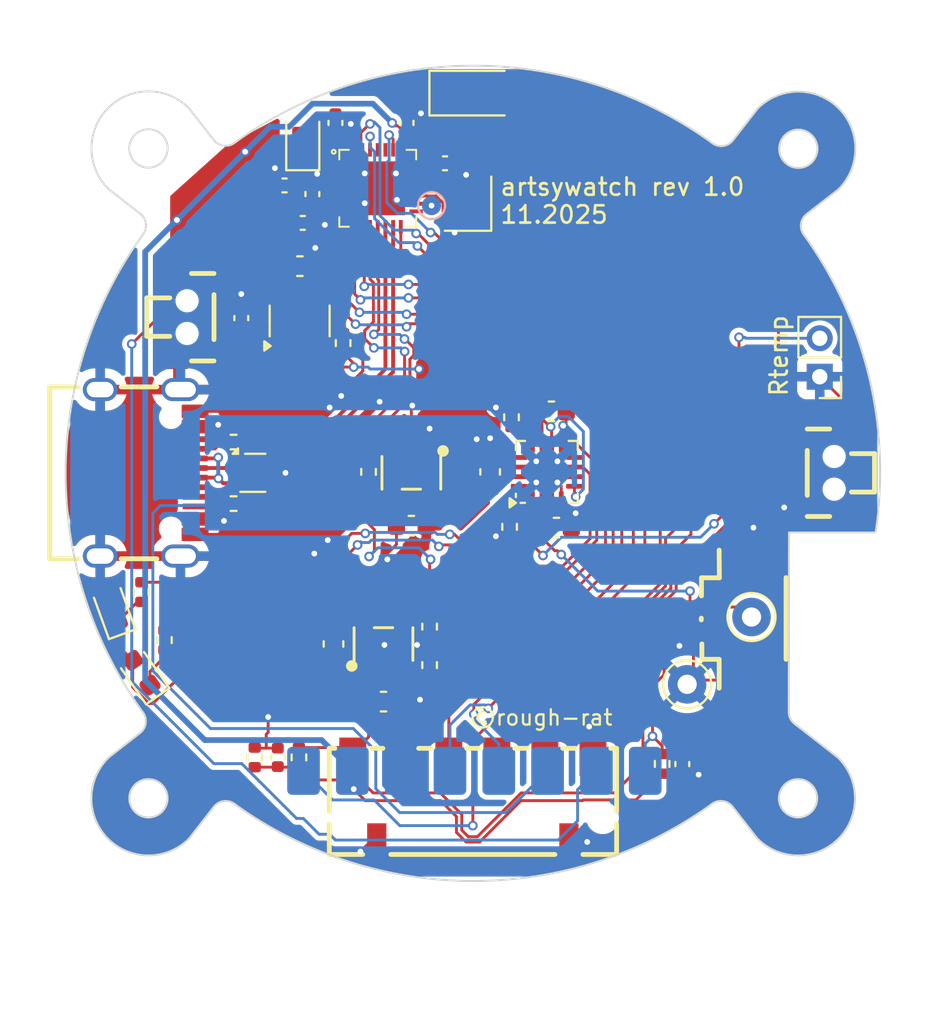
<source format=kicad_pcb>
(kicad_pcb (version 20241229) (generator "pcbnew") (generator_version "9.0")
  (layers (0 "F.Cu" signal) (2 "B.Cu" signal) (13 "F.Paste" user) (15 "B.Paste" user) (5 "F.SilkS" user "F.Silkscreen") (7 "B.SilkS" user "B.Silkscreen") (1 "F.Mask" user) (3 "B.Mask" user) (25 "Edge.Cuts" user))
  (net 0 "")
  (net 1 "Net-(AE1-FEED)")
  (net 2 "GND")
  (net 4 "VBUS")
  (net 5 "/X32O")
  (net 6 "/X32I")
  (net 7 "/USB_DN")
  (net 8 "/USB_DP")
  (net 9 "/TX")
  (net 10 "VDD")
  (net 11 "/TCK")
  (net 12 "/TIO")
  (net 13 "+4V")
  (net 14 "/LIPO+")
  (net 15 "/4V_OUT")
  (net 16 "/nRST")
  (net 17 "/BOOT")
  (net 18 "/VBAT_MEAS")
  (net 19 "Net-(U6-VINTA)")
  (net 20 "Net-(D1-K)")
  (net 21 "Net-(D2-K)")
  (net 22 "/BQ_PGOOD")
  (net 23 "/BQ_CHG")
  (net 24 "Net-(USBC1-CC1)")
  (net 25 "Net-(USBC1-CC2)")
  (net 26 "/PWR_CUTOFF")
  (net 27 "Net-(U6-PA10{slash}X32KI{slash}TMR1)")
  (net 28 "Net-(U6-PA11{slash}X32KO{slash}TMR2)")
  (net 29 "Net-(U3-ILIM)")
  (net 30 "Net-(U3-ISET)")
  (net 31 "Net-(U3-TS)")
  (net 32 "/4V_ENA")
  (net 33 "Net-(U4-ISET)")
  (net 35 "/CONN_DN")
  (net 36 "/CONN_DP")
  (net 43 "/USB_BACKFEED_ENA")
  (net 44 "Net-(U5-ISET)")
  (net 45 "/OE")
  (net 46 "/LAT")
  (net 47 "/SCLK")
  (net 48 "/DAT")
  (footprint "Resistor_SMD:R_0402_1005Metric" (layer "F.Cu") (at 58.2 60.5 90)
    (property "Reference" "R11" (hide yes))
    (property "Value" "100k")
  )
  (footprint "Crystal:Crystal_SMD_2012-2Pin_2.0x1.2mm" (layer "F.Cu") (at 51.6 35.5 90)
    (property "Reference" "Y1" (hide yes))
    (property "Value" "XO-32K")
  )
  (footprint "Capacitor_SMD:C_0402_1005Metric" (layer "F.Cu") (at 71.35 67.65 -90)
    (property "Reference" "C17" (hide yes))
    (property "Value" "100n")
  )
  (footprint "easyeda2kicad:SOT-23-5_L3.0-W1.7-P0.95-LS2.8-BL" (layer "F.Cu") (at 57.25 52.5 180)
    (property "Reference" "U5" (hide yes))
    (property "Value" "LPW5209AB5F")
  )
  (footprint "Capacitor_SMD:C_0603_1608Metric" (layer "F.Cu") (at 57.25 55.25 180)
    (property "Reference" "C20" (hide yes))
    (property "Value" "10u")
  )
  (footprint "Resistor_SMD:R_0402_1005Metric" (layer "F.Cu") (at 44.4 61.2 -90)
    (property "Reference" "R5" (hide yes))
    (property "Value" "10k")
  )
  (footprint "Capacitor_SMD:C_0603_1608Metric" (layer "F.Cu") (at 55.8 64.4)
    (property "Reference" "C8" (hide yes))
    (property "Value" "10u")
  )
  (footprint "Resistor_SMD:R_0402_1005Metric" (layer "F.Cu") (at 51.4 67.3 90)
    (property "Reference" "R10" (hide yes))
    (property "Value" "100k")
  )
  (footprint "Connector_Pin:Pin_D1.0mm_L10.0mm" (layer "F.Cu") (at 71.6 63.5)
    (property "Reference" "TP2" (hide yes))
    (property "Value" "TestPoint")
  )
  (footprint "Resistor_SMD:R_0402_1005Metric" (layer "F.Cu") (at 48 50.9)
    (property "Reference" "R3" (hide yes))
    (property "Value" "5.1k")
  )
  (footprint "Resistor_SMD:R_0402_1005Metric" (layer "F.Cu") (at 43.2 58.7 -90)
    (property "Reference" "R4" (hide yes))
    (property "Value" "10k")
  )
  (footprint "Capacitor_SMD:C_0603_1608Metric" (layer "F.Cu") (at 53.2 61.4 -90)
    (property "Reference" "C7" (hide yes))
    (property "Value" "10u")
  )
  (footprint "easyeda2kicad:SW-SMD_2P-TS24CA" (layer "F.Cu") (at 45.9 44.4 90)
    (property "Reference" "SW1" (hide yes))
    (property "Value" "TS24CA")
  )
  (footprint "easyeda2kicad:CONN-SMD_P1.25-H_1.25T-2PWT" (layer "F.Cu") (at 73.4675 60.1 -90)
    (property "Reference" "P1" (hide yes))
    (property "Value" "1.25T-2PWT")
  )
  (footprint "Capacitor_SMD:C_0402_1005Metric" (layer "F.Cu") (at 53.3 34.3 90)
    (property "Reference" "C19" (hide yes))
    (property "Value" "12p")
  )
  (footprint "Resistor_SMD:R_0402_1005Metric" (layer "F.Cu") (at 49.1 67.3 -90)
    (property "Reference" "R13" (hide yes))
    (property "Value" "100k")
  )
  (footprint "Resistor_SMD:R_0402_1005Metric" (layer "F.Cu") (at 70.3 67.64 -90)
    (property "Reference" "R17" (hide yes))
    (property "Value" "10k")
  )
  (footprint "Resistor_SMD:R_0402_1005Metric" (layer "F.Cu") (at 53.7 45.75 90)
    (property "Reference" "R2" (hide yes))
    (property "Value" "10k")
  )
  (footprint "Capacitor_SMD:C_0402_1005Metric" (layer "F.Cu") (at 59 36.4 180)
    (property "Reference" "C14" (hide yes))
    (property "Value" "2.2uF")
  )
  (footprint "Package_TO_SOT_SMD:SOT-666" (layer "F.Cu") (at 49 52.5)
    (property "Reference" "U1" (hide yes))
    (property "Value" "USBLC6-2P6")
  )
  (footprint "Package_DFN_QFN:VQFN-16-1EP_3x3mm_P0.5mm_EP1.6x1.6mm_ThermalVias" (layer "F.Cu") (at 64.3 52.45 90)
    (property "Reference" "U3" (hide yes))
    (property "Value" "BQ24073RGT")
  )
  (footprint "easyeda2kicad:CONN-SMD_GT-BTP25006-0300A-010A" (layer "F.Cu") (at 60.45 69.5 180)
    (property "Reference" "CN1" (hide yes))
    (property "Value" "GT-BTP25006-0300A-010A")
  )
  (footprint "easyeda2kicad:QFN-28_L4.0-W4.0-P0.40-BL-EP2.8" (layer "F.Cu") (at 55.5 37.7 -90)
    (property "Reference" "U6" (hide yes))
    (property "Value" "CH582F_C3001175")
  )
  (footprint "LED_SMD:LED_0603_1608Metric" (layer "F.Cu") (at 43.2 62.9 125)
    (property "Reference" "D2" (hide yes))
    (property "Value" "LED_RED")
  )
  (footprint "Crystal:Crystal_SMD_2016-4Pin_2.0x1.6mm" (layer "F.Cu") (at 60.2 38.5 90)
    (property "Reference" "Y2" (hide yes))
    (property "Value" "32 MHz")
  )
  (footprint "Capacitor_SMD:C_0603_1608Metric" (layer "F.Cu") (at 61.35 52.45 -90)
    (property "Reference" "C1" (hide yes))
    (property "Value" "10u")
  )
  (footprint "Resistor_SMD:R_0402_1005Metric" (layer "F.Cu") (at 62.4625 49.61 -90)
    (property "Reference" "R6" (hide yes))
    (property "Value" "3k")
  )
  (footprint "Capacitor_SMD:C_0402_1005Metric" (layer "F.Cu") (at 48.4 44.45 90)
    (property "Reference" "C15" (hide yes))
    (property "Value" "100n")
  )
  (footprint "LED_SMD:LED_0603_1608Metric" (layer "F.Cu") (at 41.7 59.5 110)
    (property "Reference" "D1" (hide yes))
    (property "Value" "LED_WHITE")
  )
  (footprint "Resistor_SMD:R_0402_1005Metric" (layer "F.Cu") (at 58.2 62.5 -90)
    (property "Reference" "R12" (hide yes))
    (property "Value" "10k")
  )
  (footprint "Connector_Pin:Pin_D1.0mm_L10.0mm" (layer "F.Cu") (at 74.95 60)
    (property "Reference" "TP1" (hide yes))
    (property "Value" "TestPoint")
  )
  (footprint "easyeda2kicad:SW-SMD_2P-TS24CA" (layer "F.Cu") (at 78.93 52.5 -90)
    (property "Reference" "SW2" (hide yes))
    (property "Value" "TS24CA")
  )
  (footprint "RF_Antenna:Johanson_2450AT18x100" (layer "F.Cu") (at 60.5 32.75)
    (property "Reference" "AE1" (hide yes))
    (property "Value" "Antenna_Chip")
  )
  (footprint "Capacitor_SMD:C_0402_1005Metric" (layer "F.Cu") (at 57 34.3 90)
    (property "Reference" "C11" (hide yes))
    (property "Value" "2.2uF")
  )
  (footprint "Connector_PinHeader_2.00mm:PinHeader_1x02_P2.00mm_Vertical" (layer "F.Cu") (at 78.5 47.5 180)
    (property "Reference" "TP3" (hide yes))
    (property "Value" "TestPoint_2Pole")
  )
  (footprint "easyeda2kicad:SOT-23-5_L3.0-W1.7-P0.95-LS2.8-BL" (layer "F.Cu") (at 55.8 61.405)
    (property "Reference" "U4" (hide yes))
    (property "Value" "LPW5209AB5F")
  )
  (footprint "Capacitor_SMD:C_0603_1608Metric" (layer "F.Cu") (at 64.8 55.35)
    (property "Reference" "C6" (hide yes))
    (property "Value" "10u")
  )
  (footprint "Resistor_SMD:R_0402_1005Metric" (layer "F.Cu") (at 55.0225 52.45 90)
    (property "Reference" "R20" (hide yes))
    (property "Value" "10k")
  )
  (footprint "Capacitor_SMD:C_0402_1005Metric" (layer "F.Cu") (at 51.6 39.5)
    (property "Reference" "C12" (hide yes))
    (property "Value" "2.2uF")
  )
  (footprint "Capacitor_SMD:C_0402_1005Metric" (layer "F.Cu") (at 50.65 37.55 180)
    (property "Reference" "C18" (hide yes))
    (property "Value" "12p")
  )
  (footprint "Resistor_SMD:R_0402_1005Metric" (layer "F.Cu") (at 48 54.1)
    (property "Reference" "R1" (hide yes))
    (property "Value" "5.1k")
  )
  (footprint "Capacitor_SMD:C_0603_1608Metric" (layer "F.Cu") (at 64.5375 49.3)
    (property "Reference" "C4" (hide yes))
    (property "Value" "10u")
  )
  (footprint "Capacitor_SMD:C_0402_1005Metric" (layer "F.Cu") (at 52.1 38 90)
    (property "Reference" "C13" (hide yes))
    (property "Value" "100n")
  )
  (footprint "easyeda2kicad:USB-C_SMD-TYPE-C-31-M-12_1" (layer "F.Cu") (at 43.5275 52.5 -90)
    (property "Reference" "USBC1" (hide yes))
    (property "Value" "TYPE-C-31-M-12")
  )
  (footprint "Resistor_SMD:R_0402_1005Metric" (layer "F.Cu") (at 62.3625 55.31 90)
    (property "Reference" "R7" (hide yes))
    (property "Value" "3k")
  )
  (footprint "Package_TO_SOT_SMD:SOT-23-5" (layer "F.Cu") (at 51.4375 44.6 90)
    (property "Reference" "U2" (hide yes))
    (property "Value" "SPX3819M5-L-3-3")
  )
  (footprint "Capacitor_SMD:C_0603_1608Metric" (layer "F.Cu") (at 51.45 41.75)
    (property "Reference" "C5" (hide yes))
    (property "Value" "10u")
  )
  (footprint "Capacitor_SMD:C_0402_1005Metric" (layer "F.Cu") (at 50.3 67.3 90)
    (property "Reference" "C9" (hide yes))
    (property "Value" "100n")
  )
  (footprint "TestPoint:TestPoint_Pad_D1.0mm" (layer "B.Cu") (at 58.3 38.6)
    (property "Reference" "TP4" (hide yes))
    (property "Value" "RX")
  )
  (footprint "Connector_PinSocket_2.54mm:PinSocket_1x08_P2.54mm_Vertical" (layer "B.Cu") (at 51.64 68 -90)
    (property "Reference" "J5" (hide yes))
    (property "Value" "Conn_01x08")
  )
  (gr_arc (start 41.472992 71.531206) (mid 40.606386 69.398779) (end 41.528351 67.289692) (stroke (width 0.1)) (layer "Edge.Cuts"))
  (gr_arc (start 72.853348 69.74474) (mid 73.46545 69.5718) (end 74.0032 69.911506) (stroke (width 0.1)) (layer "Edge.Cuts"))
  (gr_arc (start 48.087801 35.313037) (mid 60.471369 31.322996) (end 72.854362 35.314815) (stroke (width 0.1)) (layer "Edge.Cuts"))
  (gr_arc (start 75.238692 33.593684) (mid 77.350226 32.675022) (end 79.483657 33.541619) (stroke (width 0.1)) (layer "Edge.Cuts"))
  (gr_arc (start 79.414941 67.286241) (mid 80.333603 69.397776) (end 79.467006 71.531206) (stroke (width 0.1)) (layer "Edge.Cuts"))
  (gr_line (start 79.411647 67.289692) (end 77.234439 65.593879) (stroke (width 0.1)) (layer "Edge.Cuts"))
  (gr_arc (start 43.259462 64.917548) (mid 43.432392 65.529646) (end 43.092696 66.0674) (stroke (width 0.1)) (layer "Edge.Cuts"))
  (gr_circle (center 43.569999 35.628089) (end 44.569999 35.628089) (stroke (width 0.1)) (fill no) (layer "Edge.Cuts"))
  (gr_line (start 45.714506 71.475851) (end 46.936798 69.906287) (stroke (width 0.1)) (layer "Edge.Cuts"))
  (gr_arc (start 41.525057 37.769937) (mid 40.606397 35.658403) (end 41.472992 33.524972) (stroke (width 0.1)) (layer "Edge.Cuts"))
  (gr_arc (start 45.717957 71.479145) (mid 43.606408 72.397827) (end 41.472992 71.53121) (stroke (width 0.1)) (layer "Edge.Cuts"))
  (gr_circle (center 77.369999 69.428089) (end 76.369999 69.428089) (stroke (width 0.1)) (fill no) (layer "Edge.Cuts"))
  (gr_line (start 45.714506 33.580327) (end 46.936798 35.149891) (stroke (width 0.1)) (layer "Edge.Cuts"))
  (gr_line (start 75.242143 33.596978) (end 74.019851 35.166542) (stroke (width 0.1)) (layer "Edge.Cuts"))
  (gr_arc (start 79.467006 71.531206) (mid 77.33356 72.397826) (end 75.222041 71.479141) (stroke (width 0.1)) (layer "Edge.Cuts"))
  (gr_arc (start 79.483657 33.541623) (mid 80.350266 35.675057) (end 79.431592 37.786588) (stroke (width 0.1)) (layer "Edge.Cuts"))
  (gr_circle (center 77.38665 35.64474) (end 76.38665 35.64474) (stroke (width 0.1)) (fill no) (layer "Edge.Cuts"))
  (gr_arc (start 77.697187 40.155281) (mid 77.524211 39.543163) (end 77.863953 39.005429) (stroke (width 0.1)) (layer "Edge.Cuts"))
  (gr_arc (start 46.936798 69.911504) (mid 47.47455 69.571801) (end 48.08665 69.74474) (stroke (width 0.1)) (layer "Edge.Cuts"))
  (gr_arc (start 77.234438 65.593879) (mid 76.979229 65.312875) (end 76.88665 64.94474) (stroke (width 0.1)) (layer "Edge.Cuts"))
  (gr_arc (start 43.259462 64.917548) (mid 39.263838 52.528089) (end 43.259462 40.13863) (stroke (width 0.1)) (layer "Edge.Cuts"))
  (gr_arc (start 43.092696 38.988778) (mid 43.432402 39.526531) (end 43.259462 40.13863) (stroke (width 0.1)) (layer "Edge.Cuts"))
  (gr_line (start 79.428298 37.783137) (end 77.858734 39.005429) (stroke (width 0.1)) (layer "Edge.Cuts"))
  (gr_line (start 76.899999 55.598089) (end 81.399999 55.598089) (stroke (width 0.1)) (layer "Edge.Cuts"))
  (gr_line (start 76.88665 64.94474) (end 76.899999 55.598089) (stroke (width 0.1)) (layer "Edge.Cuts"))
  (gr_arc (start 74.019851 35.161323) (mid 73.471928 35.502403) (end 72.854362 35.314815) (stroke (width 0.1)) (layer "Edge.Cuts"))
  (gr_line (start 41.528351 67.289692) (end 43.097915 66.0674) (stroke (width 0.1)) (layer "Edge.Cuts"))
  (gr_arc (start 77.697187 40.155281) (mid 81.061943 47.514256) (end 81.404288 55.598741) (stroke (width 0.1)) (layer "Edge.Cuts"))
  (gr_arc (start 41.472992 33.524968) (mid 43.606408 32.65842) (end 45.717957 33.577033) (stroke (width 0.1)) (layer "Edge.Cuts"))
  (gr_line (start 75.225492 71.475851) (end 74.0032 69.906287) (stroke (width 0.1)) (layer "Edge.Cuts"))
  (gr_circle (center 43.569999 69.428089) (end 44.569999 69.428089) (stroke (width 0.1)) (fill no) (layer "Edge.Cuts"))
  (gr_arc (start 48.08665 35.311438) (mid 47.474549 35.484377) (end 46.936798 35.144672) (stroke (width 0.1)) (layer "Edge.Cuts"))
  (gr_arc (start 72.853348 69.744741) (mid 60.47 73.729999) (end 48.086651 69.744741) (stroke (width 0.1)) (layer "Edge.Cuts"))
  (gr_line (start 41.528351 37.766486) (end 43.097915 38.988778) (stroke (width 0.1)) (layer "Edge.Cuts"))
  (gr_text "Rtemp" (at 76.9 48.6 90) (layer "F.SilkS") (effects (font (size 0.9 0.9) (thickness 0.14)) (justify left bottom)))
  (gr_text "©rough-rat" (at 60.2 65.7 0) (layer "F.SilkS") (effects (font (size 0.8 0.8) (thickness 0.12)) (justify left bottom)))
  (gr_text "artsywatch rev 1.0\n11.2025" (at 61.8 39.6 0) (layer "F.SilkS") (effects (font (size 0.9 0.9) (thickness 0.14)) (justify left bottom)))
  (segment (start 57.7 35.9) (end 57.7 36.3) (width 0.15) (layer "F.Cu") (net 1))
  (segment (start 59.05 32.75) (end 59.05 33.95) (width 0.15) (layer "F.Cu") (net 1))
  (segment (start 59.05 33.95) (end 57.8 35.2) (width 0.15) (layer "F.Cu") (net 1))
  (segment (start 57.8 35.2) (end 57.8 35.8) (width 0.15) (layer "F.Cu") (net 1))
  (segment (start 57.8 35.8) (end 57.7 35.9) (width 0.15) (layer "F.Cu") (net 1))
  (segment (start 57.7 36.3) (end 57.5 36.5) (width 0.15) (layer "F.Cu") (net 1))
  (segment (start 55.8 63.625) (end 55.8 62.555) (width 0.15) (layer "F.Cu") (net 2))
  (segment (start 52.1 37.52) (end 52.1 37.2) (width 0.15) (layer "F.Cu") (net 2))
  (segment (start 57.25 54.475) (end 57.25 51.35) (width 0.15) (layer "F.Cu") (net 2))
  (segment (start 71.9275 63.1725) (end 71.6 63.5) (width 0.15) (layer "F.Cu") (net 2))
  (segment (start 44.93 47.8625) (end 45.2375 48.17) (width 0.15) (layer "F.Cu") (net 2))
  (segment (start 52.08 39.5) (end 52.65 39.5) (width 0.15) (layer "F.Cu") (net 2))
  (segment (start 44.93 46.52) (end 44.93 47.8625) (width 0.15) (layer "F.Cu") (net 2))
  (segment (start 56.475 56.225) (end 56.475 55.25) (width 0.15) (layer "F.Cu") (net 2))
  (segment (start 75.0075 56.92) (end 75.0075 55.3925) (width 0.15) (layer "F.Cu") (net 2))
  (segment (start 71.2 60.73) (end 71.2 61.5) (width 0.15) (layer "F.Cu") (net 2))
  (segment (start 56.475 55.25) (end 57.25 54.475) (width 0.15) (layer "F.Cu") (net 2))
  (segment (start 48.603 50.993) (end 48.51 50.9) (width 0.15) (layer "F.Cu") (net 2))
  (segment (start 58.2 61.01) (end 58.2 61.45) (width 0.15) (layer "F.Cu") (net 2))
  (segment (start 49.13 66.82) (end 49.1 66.79) (width 0.15) (layer "F.Cu") (net 2))
  (segment (start 60.75 37.8) (end 60.75 37.65) (width 0.15) (layer "F.Cu") (net 2))
  (segment (start 56.575 64.4) (end 55.8 63.625) (width 0.15) (layer "F.Cu") (net 2))
  (segment (start 47.473166 55.7) (end 45.9975 55.7) (width 0.15) (layer "F.Cu") (net 2))
  (segment (start 65.147757 50.04602) (end 65.3 49.893777) (width 0.15) (layer "F.Cu") (net 2))
  (segment (start 61.67 55.82) (end 61.65 55.8) (width 0.15) (layer "F.Cu") (net 2))
  (segment (start 50.3 66.82) (end 49.7 66.82) (width 0.15) (layer "F.Cu") (net 2))
  (segment (start 52.225 40.825) (end 52.25 40.8) (width 0.15) (layer "F.Cu") (net 2))
  (segment (start 61.875 52.7) (end 61.35 53.225) (width 0.15) (layer "F.Cu") (net 2))
  (segment (start 48.51 54.1) (end 48.51 54.663166) (width 0.15) (layer "F.Cu") (net 2))
  (segment (start 53.925 61.45) (end 55.85 61.45) (width 0.15) (layer "F.Cu") (net 2))
  (segment (start 71.9275 60.73) (end 71.9275 63.1725) (width 0.15) (layer "F.Cu") (net 2))
  (segment (start 65.7375 52.7) (end 64.55 52.7) (width 0.15) (layer "F.Cu") (net 2))
  (segment (start 52.9 56) (end 52.9 51.5) (width 0.15) (layer "F.Cu") (net 2))
  (segment (start 49.7 66.82) (end 49.13 66.82) (width 0.15) (layer "F.Cu") (net 2))
  (segment (start 57.25 51.562) (end 55.852 52.96) (width 0.15) (layer "F.Cu") (net 2))
  (segment (start 71.82 63.28) (end 71.6 63.5) (width 0.15) (layer "F.Cu") (net 2))
  (segment (start 51.4375 45.7375) (end 51.4375 42.5375) (width 0.15) (layer "F.Cu") (net 2))
  (segment (start 59.5 36.4) (end 60.1 37) (width 0.15) (layer "F.Cu") (net 2))
  (segment (start 55.85 61.45) (end 57.55 61.45) (width 0.15) (layer "F.Cu") (net 2))
  (segment (start 57.25 51.35) (end 57.25 49.05) (width 0.15) (layer "F.Cu") (net 2))
  (segment (start 57.25 51.35) (end 57.25 51.562) (width 0.15) (layer "F.Cu") (net 2))
  (segment (start 53.7 50.7) (end 55.6 48.8) (width 0.15) (layer "F.Cu") (net 2))
  (segment (start 52.65 39.5) (end 52.75 39.6) (width 0.15) (layer "F.Cu") (net 2))
  (segment (start 58.2 61.45) (end 58.2 61.99) (width 0.15) (layer "F.Cu") (net 2))
  (segment (start 48.075 52.5) (end 48.603 52.5) (width 0.15) (layer "F.Cu") (net 2))
  (segment (start 65.575 55.35) (end 65.575 54.825) (width 0.15) (layer "F.Cu") (net 2))
  (segment (start 48.51 54.663166) (end 47.473166 55.7) (width 0.15) (layer "F.Cu") (net 2))
  (segment (start 65.7375 51.7) (end 65.05 51.7) (width 0.15) (layer "F.Cu") (net 2))
  (segment (start 57.6 64.4) (end 57.7 64.3) (width 0.15) (layer "F.Cu") (net 2))
  (segment (start 52.225 41.75) (end 52.225 40.825) (width 0.15) (layer "F.Cu") (net 2))
  (segment (start 65.05 53.8875) (end 65.05 54.825) (width 0.15) (layer "F.Cu") (net 2))
  (segment (start 76.75 54.2) (end 76.65 54.3) (width 0.15) (layer "F.Cu") (net 2))
  (segment (start 62.3625 55.82) (end 61.67 55.82) (width 0.15) (layer "F.Cu") (net 2))
  (segment (start 49.7 66.1) (end 49.7 66.82) (width 0.15) (layer "F.Cu") (net 2))
  (segment (start 57.25 49.05) (end 57.3 49) (width 0.15) (layer "F.Cu") (net 2))
  (segment (start 50.17 37.55) (end 50.17 36.67) (width 0.15) (layer "F.Cu") (net 2))
  (segment (start 62.8625 52.7) (end 61.875 52.7) (width 0.15) (layer "F.Cu") (net 2))
  (segment (start 56 57) (end 56 56.7) (width 0.15) (layer "F.Cu") (net 2))
  (segment (start 53.52 33.82) (end 53.3 33.82) (width 0.15) (layer "F.Cu") (net 2))
  (segment (start 62.4625 49.1) (end 61.65 49.1) (width 0.15) (layer "F.Cu") (net 2))
  (segment (start 49.8 66) (end 49.7 66.1) (width 0.15) (layer "F.Cu") (net 2))
  (segment (start 52.1 37.2) (end 52.35 36.95) (width 0.15) (layer "F.Cu") (net 2))
  (segment (start 66.4 71.7) (end 65.28 71.7) (width 0.15) (layer "F.Cu") (net 2))
  (segment (start 50.17 36.67) (end 50.15 36.65) (width 0.15) (layer "F.Cu") (net 2))
  (segment (start 56 56.7) (end 56.475 56.225) (width 0.15) (layer "F.Cu") (net 2))
  (segment (start 65.28 71.7) (end 65.25 71.73) (width 0.15) (layer "F.Cu") (net 2))
  (segment (start 63.45 52.7) (end 63.75 53) (width 0.15) (layer "F.Cu") (net 2))
  (segment (start 65.05 51.7) (end 64.3 52.45) (width 0.15) (layer "F.Cu") (net 2))
  (segment (start 65.3 49.893777) (end 65.3 49.725) (width 0.15) (layer "F.Cu") (net 2))
  (segment (start 71.9275 60.73) (end 71.2 60.73) (width 0.15) (layer "F.Cu") (net 2))
  (segment (start 54.05 34.35) (end 53.52 33.82) (width 0.15) (layer "F.Cu") (net 2))
  (segment (start 48.51 54.1) (end 48.603 54.007) (width 0.15) (layer "F.Cu") (net 2))
  (segment (start 48.4 43.97) (end 48.4 43.2) (width 0.15) (layer "F.Cu") (net 2))
  (segment (start 45.35 42.7) (end 44.93 42.28) (width 0.15) (layer "F.Cu") (net 2))
  (segment (start 53.2 62.175) (end 53.925 61.45) (width 0.15) (layer "F.Cu") (net 2))
  (segment (start 64.55 52.7) (end 64.3 52.45) (width 0.15) (layer "F.Cu") (net 2))
  (segment (start 55.852 52.96) (end 55.0225 52.96) (width 0.15) (layer "F.Cu") (net 2))
  (segment (start 49.8 65.2) (end 49.8 66) (width 0.15) (layer "F.Cu") (net 2))
  (segment (start 46.87 42.7) (end 45.35 42.7) (width 0.15) (layer "F.Cu") (net 2))
  (segment (start 48.51 50.9) (end 48.51 50.21) (width 0.15) (layer "F.Cu") (net 2))
  (segment (start 55.07 71.73) (end 54.6 72.2) (width 0.15) (layer "F.Cu") (net 2))
  (segment (start 65.3125 49.7125) (end 65.3125 49.3) (width 0.15) (layer "F.Cu") (net 2))
  (segment (start 51.4375 42.5375) (end 52.225 41.75) (width 0.15) (layer "F.Cu") (net 2))
  (segment (start 48.51 50.21) (end 47.6 49.3) (width 0.15) (layer "F.Cu") (net 2))
  (segment (start 46.87 42.7) (end 47.13 42.7) (width 0.15) (layer "F.Cu") (net 2))
  (segment (start 55.8 61.5) (end 55.85 61.45) (width 0.15) (layer "F.Cu") (net 2))
  (segment (start 57.73 33.82) (end 57.75 33.8) (width 0.15) (layer "F.Cu") (net 2))
  (segment (start 59.5 39.35) (end 59.65 39.2) (width 0.15) (layer "F.Cu") (net 2))
  (segment (start 65.575 54.825) (end 65.8 54.6) (width 0.15) (layer "F.Cu") (net 2))
  (segment (start 65.05 54.825) (end 65.575 55.35) (width 0.15) (layer "F.Cu") (net 2))
  (segment (start 78.38 54.62) (end 77.96 54.2) (width 0.15) (layer "F.Cu") (net 2))
  (segment (start 56.575 64.4) (end 57.6 64.4) (width 0.15) (layer "F.Cu") (net 2))
  (segment (start 47.13 42.7) (end 48.4 43.97) (width 0.15) (layer "F.Cu") (net 2))
  (segment (start 65.3 49.725) (end 65.3125 49.7125) (width 0.15) (layer "F.Cu") (net 2))
  (segment (start 75.0075 63.28) (end 71.82 63.28) (width 0.15) (layer "F.Cu") (net 2))
  (segment (start 79.9 50.38) (end 79.9 48.9) (width 0.15) (layer "F.Cu") (net 2))
  (segment (start 62.8625 52.7) (end 63.45 52.7) (width 0.15) (layer "F.Cu") (net 2))
  (segment (start 57 33.82) (end 57.73 33.82) (width 0.15) (layer "F.Cu") (net 2))
  (segment (start 47.6 49.3) (end 45.9975 49.3) (width 0.15) (layer "F.Cu") (net 2))
  (segment (start 58.2 61.45) (end 57.55 61.45) (width 0.15) (layer "F.Cu") (net 2))
  (segment (start 72.13 68.13) (end 72.2 68.2) (width 0.15) (layer "F.Cu") (net 2))
  (segment (start 55.45 71.73) (end 55.07 71.73) (width 0.15) (layer "F.Cu") (net 2))
  (segment (start 48.603 54.007) (end 48.603 52.5) (width 0.15) (layer "F.Cu") (net 2))
  (segment (start 60.75 37.65) (end 60.1 37) (width 0.15) (layer "F.Cu") (net 2))
  (segment (start 59.5 40) (end 59.5 39.35) (width 0.15) (layer "F.Cu") (net 2))
  (segment (start 77.96 54.2) (end 76.75 54.2) (width 0.15) (layer "F.Cu") (net 2))
  (segment (start 48.603 52.5) (end 48.603 50.993) (width 0.15) (layer "F.Cu") (net 2))
  (segment (start 66.5 67.27) (end 66.5 65.7) (width 0.15) (layer "F.Cu") (net 2))
  (segment (start 79.9 54.62) (end 78.38 54.62) (width 0.15) (layer "F.Cu") (net 2))
  (segment (start 52.9 51.5) (end 53.7 50.7) (width 0.15) (layer "F.Cu") (net 2))
  (segment (start 65.05 53.8875) (end 65.05 53.2) (width 0.15) (layer "F.Cu") (net 2))
  (segment (start 75.0075 55.3925) (end 75.05 55.35) (width 0.15) (layer "F.Cu") (net 2))
  (segment (start 59.48 36.4) (end 59.5 36.4) (width 0.15) (layer "F.Cu") (net 2))
  (segment (start 79.9 48.9) (end 78.5 47.5) (width 0.15) (layer "F.Cu") (net 2))
  (segment (start 65.05 53.2) (end 64.3 52.45) (width 0.15) (layer "F.Cu") (net 2))
  (segment (start 71.35 68.13) (end 72.13 68.13) (width 0.15) (layer "F.Cu") (net 2))
  (segment (start 54.1 34.35) (end 54.05 34.35) (width 0.15) (layer "F.Cu") (net 2))
  (segment (start 55.8 62.555) (end 55.8 61.5) (width 0.15) (layer "F.Cu") (net 2))
  (via (at 56.45 36.925) (size 0.5) (drill 0.3) (layers "F.Cu" "B.Cu") (net 2))
  (via (at 66.4 71.7) (size 0.5) (drill 0.3) (layers "F.Cu" "B.Cu") (net 2))
  (via (at 57.7 64.3) (size 0.5) (drill 0.3) (layers "F.Cu" "B.Cu") (net 2))
  (via (at 61.65 49.1) (size 0.5) (drill 0.3) (layers "F.Cu" "B.Cu") (net 2))
  (via (at 56 57) (size 0.5) (drill 0.3) (layers "F.Cu" "B.Cu") (net 2))
  (via (at 59.5 40) (size 0.5) (drill 0.3) (layers "F.Cu" "B.Cu") (net 2))
  (via (at 75.05 55.35) (size 0.5) (drill 0.3) (layers "F.Cu" "B.Cu") (net 2))
  (via (at 76.65 54.3) (size 0.5) (drill 0.3) (layers "F.Cu" "B.Cu") (net 2))
  (via (at 61.65 55.8) (size 0.5) (drill 0.3) (layers "F.Cu" "B.Cu") (net 2))
  (via (at 52.75 39.6) (size 0.5) (drill 0.3) (layers "F.Cu" "B.Cu") (net 2))
  (via (at 52.25 40.8) (size 0.5) (drill 0.3) (layers "F.Cu" "B.Cu") (net 2))
  (via (at 71.2 61.5) (size 0.5) (drill 0.3) (layers "F.Cu" "B.Cu") (net 2))
  (via (at 53.6 48.5) (size 0.5) (drill 0.3) (layers "F.Cu" "B.Cu") (net 2))
  (via (at 57.55 61.45) (size 0.5) (drill 0.3) (layers "F.Cu" "B.Cu") (net 2))
  (via (at 55.85 61.45) (size 0.5) (drill 0.3) (layers "F.Cu" "B.Cu") (net 2))
  (via (at 55.6 48.8) (size 0.5) (drill 0.3) (layers "F.Cu" "B.Cu") (net 2))
  (via (at 65.147757 50.04602) (size 0.5) (drill 0.3) (layers "F.Cu" "B.Cu") (net 2))
  (via (at 52.2 56.7) (size 0.5) (drill 0.3) (layers "F.Cu" "B.Cu") (net 2))
  (via (at 60.1 37) (size 0.5) (drill 0.3) (layers "F.Cu" "B.Cu") (net 2))
  (via (at 57.3 49) (size 0.5) (drill 0.3) (layers "F.Cu" "B.Cu") (net 2))
  (via (at 56.5 38.3) (size 0.5) (drill 0.3) (layers "F.Cu" "B.Cu") (net 2))
  (via (at 66.5 65.7) (size 0.5) (drill 0.3) (layers "F.Cu" "B.Cu") (net 2))
  (via (at 54.1 34.35) (size 0.5) (drill 0.3) (layers "F.Cu" "B.Cu") (net 2))
  (via (at 52.9 56) (size 0.5) (drill 0.3) (layers "F.Cu" "B.Cu") (net 2))
  (via (at 54.6 72.2) (size 0.5) (drill 0.3) (layers "F.Cu" "B.Cu") (net 2))
  (via (at 53 49.1) (size 0.5) (drill 0.3) (layers "F.Cu" "B.Cu") (net 2))
  (via (at 65.8 54.6) (size 0.5) (drill 0.3) (layers "F.Cu" "B.Cu") (net 2))
  (via (at 54.825 38.475) (size 0.5) (drill 0.3) (layers "F.Cu" "B.Cu") (net 2))
  (via (at 52.35 36.95) (size 0.5) (drill 0.3) (layers "F.Cu" "B.Cu") (net 2))
  (via (at 57.75 33.8) (size 0.5) (drill 0.3) (layers "F.Cu" "B.Cu") (net 2))
  (via (at 72.2 68.2) (size 0.5) (drill 0.3) (layers "F.Cu" "B.Cu") (net 2))
  (via (at 49.8 65.2) (size 0.5) (drill 0.3) (layers "F.Cu" "B.Cu") (net 2))
  (via (at 54.825 36.925) (size 0.5) (drill 0.3) (layers "F.Cu" "B.Cu") (net 2))
  (via (at 50.15 36.65) (size 0.5) (drill 0.3) (layers "F.Cu" "B.Cu") (net 2))
  (via (at 48.4 43.2) (size 0.5) (drill 0.3) (layers "F.Cu" "B.Cu") (net 2))
  (segment (start 45.9975 54.9) (end 47.4 54.9) (width 0.15) (layer "F.Cu") (net 4))
  (segment (start 61.35 51.675) (end 61.35 50.7) (width 0.15) (layer "F.Cu") (net 4))
  (segment (start 45.9975 50.1) (end 47.1 50.1) (width 0.15) (layer "F.Cu") (net 4))
  (segment (start 49.925 52.5) (end 50.7 52.5) (width 0.15) (layer "F.Cu") (net 4))
  (segment (start 47.4 54.9) (end 47.5 55) (width 0.15) (layer "F.Cu") (net 4))
  (segment (start 47.1 50.1) (end 47.2 50) (width 0.15) (layer "F.Cu") (net 4))
  (segment (start 62.8625 51.7) (end 61.375 51.7) (width 0.15) (layer "F.Cu") (net 4))
  (segment (start 61.375 51.7) (end 61.35 51.675) (width 0.15) (layer "F.Cu") (net 4))
  (segment (start 61.35 51.675) (end 61.35 51.45) (width 0.15) (layer "F.Cu") (net 4))
  (segment (start 61.35 51.45) (end 60.65 50.75) (width 0.15) (layer "F.Cu") (net 4))
  (segment (start 58.2 51.35) (end 58.2 50.2) (width 0.15) (layer "F.Cu") (net 4))
  (via (at 47.5 55) (size 0.5) (drill 0.3) (layers "F.Cu" "B.Cu") (net 4))
  (via (at 50.7 52.5) (size 0.5) (drill 0.3) (layers "F.Cu" "B.Cu") (net 4))
  (via (at 58.2 50.2) (size 0.5) (drill 0.3) (layers "F.Cu" "B.Cu") (net 4))
  (via (at 61.35 50.7) (size 0.5) (drill 0.3) (layers "F.Cu" "B.Cu") (net 4))
  (via (at 47.2 50) (size 0.5) (drill 0.3) (layers "F.Cu" "B.Cu") (net 4))
  (via (at 60.65 50.75) (size 0.5) (drill 0.3) (layers "F.Cu" "B.Cu") (net 4))
  (segment (start 62.17 70.17) (end 56.642434 70.17) (width 0.15) (layer "B.Cu") (net 4))
  (segment (start 43.8 62.8) (end 43.8 54.6) (width 0.15) (layer "B.Cu") (net 4))
  (segment (start 43.8 54.6) (end 44.2 54.2) (width 0.15) (layer "B.Cu") (net 4))
  (segment (start 55.4 66.972434) (end 54.227566 65.8) (width 0.15) (layer "B.Cu") (net 4))
  (segment (start 64.34 68) (end 62.17 70.17) (width 0.15) (layer "B.Cu") (net 4))
  (segment (start 46.7 54.2) (end 47.5 55) (width 0.15) (layer "B.Cu") (net 4))
  (segment (start 56.642434 70.17) (end 55.4 68.927566) (width 0.15) (layer "B.Cu") (net 4))
  (segment (start 55.4 68.927566) (end 55.4 66.972434) (width 0.15) (layer "B.Cu") (net 4))
  (segment (start 44.2 54.2) (end 46.7 54.2) (width 0.15) (layer "B.Cu") (net 4))
  (segment (start 54.227566 65.8) (end 46.8 65.8) (width 0.15) (layer "B.Cu") (net 4))
  (segment (start 46.8 65.8) (end 43.8 62.8) (width 0.15) (layer "B.Cu") (net 4))
  (segment (start 58.52453 37.7) (end 59.37153 38.547) (width 0.15) (layer "F.Cu") (net 5))
  (segment (start 60.75 38.75) (end 60.75 39.2) (width 0.15) (layer "F.Cu") (net 5))
  (segment (start 60.547 38.547) (end 60.75 38.75) (width 0.15) (layer "F.Cu") (net 5))
  (segment (start 57.5 37.7) (end 58.52453 37.7) (width 0.15) (layer "F.Cu") (net 5))
  (segment (start 59.37153 38.547) (end 60.547 38.547) (width 0.15) (layer "F.Cu") (net 5))
  (segment (start 57.5 37.3) (end 59.15 37.3) (width 0.15) (layer "F.Cu") (net 6))
  (segment (start 59.15 37.3) (end 59.65 37.8) (width 0.15) (layer "F.Cu") (net 6))
  (segment (start 51.0625 53.0375) (end 51.4 52.7) (width 0.2) (layer "F.Cu") (net 7))
  (segment (start 56.3 47.251471) (end 56.3 39.7) (width 0.2) (layer "F.Cu") (net 7))
  (segment (start 51.4 52.151471) (end 56.3 47.251471) (width 0.2) (layer "F.Cu") (net 7))
  (segment (start 51.4 52.7) (end 51.4 52.151471) (width 0.2) (layer "F.Cu") (net 7))
  (segment (start 49.85 53.0375) (end 51.0625 53.0375) (width 0.2) (layer "F.Cu") (net 7))
  (segment (start 55.9 47.1) (end 55.9 39.7) (width 0.2) (layer "F.Cu") (net 8))
  (segment (start 51.0375 51.9625) (end 55.9 47.1) (width 0.2) (layer "F.Cu") (net 8))
  (segment (start 49.85 51.9625) (end 51.0375 51.9625) (width 0.2) (layer "F.Cu") (net 8))
  (segment (start 65.7 42.1) (end 69.4 45.8) (width 0.15) (layer "F.Cu") (net 9))
  (segment (start 61.364 65.5) (end 60.45 66.414) (width 0.15) (layer "F.Cu") (net 9))
  (segment (start 57.2 42.1) (end 65.7 42.1) (width 0.15) (layer "F.Cu") (net 9))
  (segment (start 61.8 65.5) (end 61.364 65.5) (width 0.15) (layer "F.Cu") (net 9))
  (segment (start 69.4 45.8) (end 69.4 57.35) (width 0.15) (layer "F.Cu") (net 9))
  (segment (start 56.7 39.7) (end 56.7 41.6) (width 0.15) (layer "F.Cu") (net 9))
  (segment (start 60.45 66.414) (end 60.45 70.85) (width 0.15) (layer "F.Cu") (net 9))
  (segment (start 56.7 41.6) (end 57.2 42.1) (width 0.15) (layer "F.Cu") (net 9))
  (segment (start 69.4 57.35) (end 61.8 64.95) (width 0.15) (layer "F.Cu") (net 9))
  (segment (start 61.8 64.95) (end 61.8 65.5) (width 0.15) (layer "F.Cu") (net 9))
  (via (at 60.45 70.85) (size 0.5) (drill 0.3) (layers "F.Cu" "B.Cu") (net 9))
  (segment (start 51.64 68) (end 53.154 69.514) (width 0.15) (layer "B.Cu") (net 9))
  (segment (start 55.314 69.514) (end 56.65 70.85) (width 0.15) (layer "B.Cu") (net 9))
  (segment (start 56.65 70.85) (end 60.45 70.85) (width 0.15) (layer "B.Cu") (net 9))
  (segment (start 53.154 69.514) (end 55.314 69.514) (width 0.15) (layer "B.Cu") (net 9))
  (segment (start 52.825 37.45) (end 52.975 37.3) (width 0.15) (layer "F.Cu") (net 10))
  (segment (start 50.18 38.78) (end 48.6 37.2) (width 0.3) (layer "F.Cu") (net 10))
  (segment (start 56.7 35.08) (end 57 34.78) (width 0.15) (layer "F.Cu") (net 10))
  (segment (start 53.5 38.1) (end 53.2 38.1) (width 0.15) (layer "F.Cu") (net 10))
  (segment (start 52.9 37.8) (end 52.85 37.75) (width 0.15) (layer "F.Cu") (net 10))
  (segment (start 56.4 34.45) (end 56.55 34.45) (width 0.15) (layer "F.Cu") (net 10))
  (segment (start 50.5 41.925) (end 50.5 43.45) (width 0.3) (layer "F.Cu") (net 10))
  (segment (start 56.25 34.3) (end 56.4 34.45) (width 0.15) (layer "F.Cu") (net 10))
  (segment (start 53.2 38.1) (end 52.9 37.8) (width 0.15) (layer "F.Cu") (net 10))
  (segment (start 51.12 40.08) (end 50.675 40.525) (width 0.3) (layer "F.Cu") (net 10))
  (segment (start 51.12 38.78) (end 50.18 38.78) (width 0.3) (layer "F.Cu") (net 10))
  (segment (start 56.7 35.7) (end 56.7 35.08) (width 0.15) (layer "F.Cu") (net 10))
  (segment (start 50.5 43.45) (end 50.4875 43.4625) (width 0.3) (layer "F.Cu") (net 10))
  (segment (start 59.598 70.381475) (end 58.766525 69.55) (width 0.15) (layer "F.Cu") (net 10))
  (segment (start 60.80291 71.702) (end 60.097089 71.702) (width 0.15) (layer "F.Cu") (net 10))
  (segment (start 52.22 38.48) (end 52.9 37.8) (width 0.3) (layer "F.Cu") (net 10))
  (segment (start 48.6 37.2) (end 48.6 35.8) (width 0.3) (layer "F.Cu") (net 10))
  (segment (start 53.5 38.1) (end 53.08 38.1) (width 0.15) (layer "F.Cu") (net 10))
  (segment (start 50.675 40.525) (end 50.675 41.75) (width 0.3) (layer "F.Cu") (net 10))
  (segment (start 51.42 38.48) (end 51.12 38.78) (width 0.3) (layer "F.Cu") (net 10))
  (segment (start 66.15 69.55) (end 62.95491 69.55) (width 0.15) (layer "F.Cu") (net 10))
  (segment (start 70.3 68.15) (end 68.936 69.514) (width 0.15) (layer "F.Cu") (net 10))
  (segment (start 66.186 69.514) (end 66.15 69.55) (width 0.15) (layer "F.Cu") (net 10))
  (segment (start 56.55 34.45) (end 56.88 34.78) (width 0.15) (layer "F.Cu") (net 10))
  (segment (start 60.097089 71.702) (end 59.598 71.20291) (width 0.15) (layer "F.Cu") (net 10))
  (segment (start 52.85 37.75) (end 52.825 37.725) (width 0.15) (layer "F.Cu") (net 10))
  (segment (start 53.5 37.7) (end 52.9 37.7) (width 0.15) (layer "F.Cu") (net 10))
  (segment (start 51.12 39.5) (end 51.12 40.08) (width 0.3) (layer "F.Cu") (net 10))
  (segment (start 52.9 37.7) (end 52.85 37.75) (width 0.15) (layer "F.Cu") (net 10))
  (segment (start 54.85 69.55) (end 54.25 68.95) (width 0.15) (layer "F.Cu") (net 10))
  (segment (start 51.12 38.78) (end 51.12 39.5) (width 0.3) (layer "F.Cu") (net 10))
  (segment (start 59.598 71.20291) (end 59.598 70.381475) (width 0.15) (layer "F.Cu") (net 10))
  (segment (start 68.936 69.514) (end 66.186 69.514) (width 0.15) (layer "F.Cu") (net 10))
  (segment (start 62.95491 69.55) (end 60.80291 71.702) (width 0.15) (layer "F.Cu") (net 10))
  (segment (start 52.1 38.48) (end 52.22 38.48) (width 0.3) (layer "F.Cu") (net 10))
  (segment (start 50.675 41.75) (end 50.5 41.925) (width 0.3) (layer "F.Cu") (net 10))
  (segment (start 58.766525 69.55) (end 54.85 69.55) (width 0.15) (layer "F.Cu") (net 10))
  (segment (start 52.825 37.725) (end 52.825 37.45) (width 0.15) (layer "F.Cu") (net 10))
  (segment (start 56.88 34.78) (end 57 34.78) (width 0.15) (layer "F.Cu") (net 10))
  (segment (start 52.975 37.3) (end 53.5 37.3) (width 0.15) (layer "F.Cu") (net 10))
  (segment (start 52.1 38.48) (end 51.42 38.48) (width 0.3) (layer "F.Cu") (net 10))
  (via (at 54.25 68.95) (size 0.5) (drill 0.3) (layers "F.Cu" "B.Cu") (net 10))
  (via (at 56.25 34.3) (size 0.5) (drill 0.3) (layers "F.Cu" "B.Cu") (net 10))
  (via (at 48.6 35.8) (size 0.5) (drill 0.3) (layers "F.Cu" "B.Cu") (net 10))
  (via (at 45.05 39.35) (size 0.5) (drill 0.3) (layers "F.Cu" "B.Cu") (net 10))
  (segment (start 55.25 33.3) (end 56.25 34.3) (width 0.3) (layer "B.Cu") (net 10))
  (segment (start 50.9 34.5) (end 52.1 33.3) (width 0.3) (layer "B.Cu") (net 10))
  (segment (start 43.4 41) (end 43.4 63.3) (width 0.3) (layer "B.Cu") (net 10))
  (segment (start 46.5 66.4) (end 52.58 66.4) (width 0.3) (layer "B.Cu") (net 10))
  (segment (start 52.58 66.4) (end 54.18 68) (width 0.3) (layer "B.Cu") (net 10))
  (segment (start 45.05 39.35) (end 43.4 41) (width 0.3) (layer "B.Cu") (net 10))
  (segment (start 48.6 35.8) (end 49.9 34.5) (width 0.3) (layer "B.Cu") (net 10))
  (segment (start 49.9 34.5) (end 50.9 34.5) (width 0.3) (layer "B.Cu") (net 10))
  (segment (start 43.4 63.3) (end 46.5 66.4) (width 0.3) (layer "B.Cu") (net 10))
  (segment (start 52.1 33.3) (end 55.25 33.3) (width 0.3) (layer "B.Cu") (net 10))
  (segment (start 48.6 35.8) (end 45.05 39.35) (width 0.3) (layer "B.Cu") (net 10))
  (segment (start 60.5 64.55) (end 60.5 65.15) (width 0.15) (layer "F.Cu") (net 11))
  (segment (start 68.2 47.425) (end 68.2 56.85) (width 0.15) (layer "F.Cu") (net 11))
  (segment (start 54.6 43.5) (end 54.3 43.2) (width 0.15) (layer "F.Cu") (net 11))
  (segment (start 60.5 65.15) (end 60.5 65.05) (width 0.15) (layer "F.Cu") (net 11))
  (segment (start 54.3 43.2) (end 54.3 39.7) (width 0.15) (layer "F.Cu") (net 11))
  (segment (start 64.175 43.4) (end 68.2 47.425) (width 0.15) (layer "F.Cu") (net 11))
  (segment (start 68.2 56.85) (end 60.5 64.55) (width 0.15) (layer "F.Cu") (net 11))
  (segment (start 57.1 43.4) (end 64.175 43.4) (width 0.15) (layer "F.Cu") (net 11))
  (via (at 60.5 65.05) (size 0.5) (drill 0.3) (layers "F.Cu" "B.Cu") (net 11))
  (via (at 57.1 43.4) (size 0.5) (drill 0.3) (layers "F.Cu" "B.Cu") (net 11))
  (via (at 54.6 43.5) (size 0.5) (drill 0.3) (layers "F.Cu" "B.Cu") (net 11))
  (segment (start 61.8 66.6) (end 61.8 68) (width 0.15) (layer "B.Cu") (net 11))
  (segment (start 54.7 43.4) (end 57.1 43.4) (width 0.15) (layer "B.Cu") (net 11))
  (segment (start 60.5 65.05) (end 60.5 65.3) (width 0.15) (layer "B.Cu") (net 11))
  (segment (start 54.6 43.5) (end 54.7 43.4) (width 0.15) (layer "B.Cu") (net 11))
  (segment (start 60.5 65.3) (end 61.8 66.6) (width 0.15) (layer "B.Cu") (net 11))
  (segment (start 64.9 42.7) (end 68.8 46.6) (width 0.15) (layer "F.Cu") (net 12))
  (segment (start 61.1 64.75) (end 61.25 64.75) (width 0.15) (layer "F.Cu") (net 12))
  (segment (start 54.8 42.8) (end 54.8 42.3) (width 0.15) (layer "F.Cu") (net 12))
  (segment (start 54.8 42.3) (end 54.7 42.2) (width 0.15) (layer "F.Cu") (net 12))
  (segment (start 54.7 42.2) (end 54.7 39.7) (width 0.15) (layer "F.Cu") (net 12))
  (segment (start 68.8 57.2) (end 61.25 64.75) (width 0.15) (layer "F.Cu") (net 12))
  (segment (start 57.1 42.7) (end 64.9 42.7) (width 0.15) (layer "F.Cu") (net 12))
  (segment (start 68.8 46.6) (end 68.8 57.2) (width 0.15) (layer "F.Cu") (net 12))
  (via (at 57.1 42.7) (size 0.5) (drill 0.3) (layers "F.Cu" "B.Cu") (net 12))
  (via (at 61.25 64.75) (size 0.5) (drill 0.3) (layers "F.Cu" "B.Cu") (net 12))
  (via (at 54.8 42.8) (size 0.5) (drill 0.3) (layers "F.Cu" "B.Cu") (net 12))
  (segment (start 59.26 65.616834) (end 59.26 68) (width 0.15) (layer "B.Cu") (net 12))
  (segment (start 61.074 64.574) (end 60.302834 64.574) (width 0.15) (layer "B.Cu") (net 12))
  (segment (start 54.8 42.8) (end 54.9 42.7) (width 0.15) (layer "B.Cu") (net 12))
  (segment (start 60.302834 64.574) (end 59.26 65.616834) (width 0.15) (layer "B.Cu") (net 12))
  (segment (start 54.9 42.7) (end 57.1 42.7) (width 0.15) (layer "B.Cu") (net 12))
  (segment (start 61.25 64.75) (end 61.074 64.574) (width 0.15) (layer "B.Cu") (net 12))
  (segment (start 58.95 47.1) (end 57.65 47.1) (width 0.15) (layer "F.Cu") (net 13))
  (segment (start 47.475 60.625) (end 53.2 60.625) (width 0.15) (layer "F.Cu") (net 13))
  (segment (start 54.475 60.625) (end 53.2 60.625) (width 0.15) (layer "F.Cu") (net 13))
  (segment (start 59.45 52.4) (end 59.45 49.35) (width 0.15) (layer "F.Cu") (net 13))
  (segment (start 65.7375 53.2) (end 65.7375 53.6875) (width 0.15) (layer "F.Cu") (net 13))
  (segment (start 54.25 47) (end 54.25 46.81) (width 0.15) (layer "F.Cu") (net 13))
  (segment (start 54.25 47) (end 51.087501 47) (width 0.15) (layer "F.Cu") (net 13))
  (segment (start 42.748309 62.254918) (end 41.1 60.606609) (width 0.15) (layer "F.Cu") (net 13))
  (segment (start 63.4 48.4) (end 63.7625 48.7625) (width 0.15) (layer "F.Cu") (net 13))
  (segment (start 64.05 51.0125) (end 64.05 49.6875) (width 0.15) (layer "F.Cu") (net 13))
  (segment (start 42.748309 63.648309) (end 43.6 64.5) (width 0.15) (layer "F.Cu") (net 13))
  (segment (start 64.55 51.0125) (end 64.55 50.1875) (width 0.15) (layer "F.Cu") (net 13))
  (segment (start 54.25 46.81) (end 53.7 46.26) (width 0.15) (layer "F.Cu") (net 13))
  (segment (start 54.85 58.9) (end 54.85 60.255) (width 0.15) (layer "F.Cu") (net 13))
  (segment (start 54.85 58.9) (end 58.025 55.725) (width 0.15) (layer "F.Cu") (net 13))
  (segment (start 65.7375 53.6875) (end 65.8 53.75) (width 0.15) (layer "F.Cu") (net 13))
  (segment (start 41.1 60.606609) (end 41.1 59.090651) (width 0.15) (layer "F.Cu") (net 13))
  (segment (start 60.325 48.475) (end 60.4 48.4) (width 0.15) (layer "F.Cu") (net 13))
  (segment (start 60.325 48.475) (end 58.95 47.1) (width 0.15) (layer "F.Cu") (net 13))
  (segment (start 58.025 53.825) (end 58.2 53.65) (width 0.15) (layer "F.Cu") (net 13))
  (segment (start 58.2 53.65) (end 58.2 53.7) (width 0.15) (layer "F.Cu") (net 13))
  (segment (start 50.4875 46.399999) (end 50.4875 45.7375) (width 0.15) (layer "F.Cu") (net 13))
  (segment (start 64.4625 50.1) (end 63.7625 49.4) (width 0.15) (layer "F.Cu") (net 13))
  (segment (start 63.7625 49.4) (end 63.7625 49.3) (width 0.15) (layer "F.Cu") (net 13))
  (segment (start 43.8 64.5) (end 45.845082 62.454918) (width 0.15) (layer "F.Cu") (net 13))
  (segment (start 64.55 50.1875) (end 63.7625 49.4) (width 0.15) (layer "F.Cu") (net 13))
  (segment (start 58.025 55.725) (end 58.025 55.25) (width 0.15) (layer "F.Cu") (net 13))
  (segment (start 41.1 59.090651) (end 41.430659 58.759992) (width 0.15) (layer "F.Cu") (net 13))
  (segment (start 51.087501 47) (end 50.4875 46.399999) (width 0.15) (layer "F.Cu") (net 13))
  (segment (start 43.6 64.5) (end 43.8 64.5) (width 0.15) (layer "F.Cu") (net 13))
  (segment (start 63.7625 48.7625) (end 63.7625 49.3) (width 0.15) (layer "F.Cu") (net 13))
  (segment (start 54.85 60.255) (end 54.845 60.255) (width 0.15) (layer "F.Cu") (net 13))
  (segment (start 45.845082 62.454918) (end 45.845082 62.254918) (width 0.15) (layer "F.Cu") (net 13))
  (segment (start 60.4 48.4) (end 63.4 48.4) (width 0.15) (layer "F.Cu") (net 13))
  (segment (start 64.5 50.1) (end 64.4625 50.1) (width 0.15) (layer "F.Cu") (net 13))
  (segment (start 42.748309 62.254918) (end 42.748309 63.648309) (width 0.15) (layer "F.Cu") (net 13))
  (segment (start 58.025 55.25) (end 58.025 53.825) (width 0.15) (layer "F.Cu") (net 13))
  (segment (start 59.45 49.35) (end 60.325 48.475) (width 0.15) (layer "F.Cu") (net 13))
  (segment (start 64.05 49.6875) (end 63.7625 49.4) (width 0.15) (layer "F.Cu") (net 13))
  (segment (start 58.2 53.65) (end 59.45 52.4) (width 0.15) (layer "F.Cu") (net 13))
  (segment (start 54.845 60.255) (end 54.475 60.625) (width 0.15) (layer "F.Cu") (net 13))
  (segment (start 45.845082 62.254918) (end 47.475 60.625) (width 0.15) (layer "F.Cu") (net 13))
  (via (at 65.8 53.75) (size 0.5) (drill 0.3) (layers "F.Cu" "B.Cu") (net 13))
  (via (at 54.25 47) (size 0.5) (drill 0.3) (layers "F.Cu" "B.Cu") (net 13))
  (via (at 64.5 50.1) (size 0.5) (drill 0.3) (layers "F.Cu" "B.Cu") (net 13))
  (via (at 57.65 47.1) (size 0.5) (drill 0.3) (layers "F.Cu" "B.Cu") (net 13))
  (segment (start 55 47) (end 55.1 47.1) (width 0.15) (layer "B.Cu") (net 13))
  (segment (start 64.950591 49.57002) (end 64.5 50.020611) (width 0.15) (layer "B.Cu") (net 13))
  (segment (start 66.2 53.35) (end 66.2 50.35) (width 0.15) (layer "B.Cu") (net 13))
  (segment (start 65.42002 49.57002) (end 64.950591 49.57002) (width 0.15) (layer "B.Cu") (net 13))
  (segment (start 66.2 50.35) (end 65.42002 49.57002) (width 0.15) (layer "B.Cu") (net 13))
  (segment (start 54.25 47) (end 55 47) (width 0.15) (layer "B.Cu") (net 13))
  (segment (start 65.8 53.75) (end 66.2 53.35) (width 0.15) (layer "B.Cu") (net 13))
  (segment (start 64.5 50.020611) (end 64.5 50.1) (width 0.15) (layer "B.Cu") (net 13))
  (segment (start 55.1 47.1) (end 57.65 47.1) (width 0.15) (layer "B.Cu") (net 13))
  (segment (start 64.05 55.1125) (end 64.025 55.1375) (width 0.15) (layer "F.Cu") (net 14))
  (segment (start 71.75 58.65) (end 71.75 59.3025) (width 0.15) (layer "F.Cu") (net 14))
  (segment (start 64.05 53.8875) (end 64.05 55.1125) (width 0.15) (layer "F.Cu") (net 14))
  (segment (start 64.7125 56.55) (end 64.025 55.8625) (width 0.15) (layer "F.Cu") (net 14))
  (segment (start 64.025 55.1375) (end 64.025 55.35) (width 0.15) (layer "F.Cu") (net 14))
  (segment (start 64.85 56.55) (end 64.7125 56.55) (width 0.15) (layer "F.Cu") (net 14))
  (segment (start 71.75 59.3025) (end 71.9275 59.48) (width 0.15) (layer "F.Cu") (net 14))
  (segment (start 71.9275 59.48) (end 74.4075 59.48) (width 0.15) (layer "F.Cu") (net 14))
  (segment (start 65.05 56.75) (end 64.85 56.55) (width 0.15) (layer "F.Cu") (net 14))
  (segment (start 64.55 54.6125) (end 64.025 55.1375) (width 0.15) (layer "F.Cu") (net 14))
  (segment (start 74.4075 59.48) (end 75.0075 60.08) (width 0.15) (layer "F.Cu") (net 14))
  (segment (start 64.025 55.8625) (end 64.025 55.35) (width 0.15) (layer "F.Cu") (net 14))
  (segment (start 64.55 53.8875) (end 64.55 54.6125) (width 0.15) (layer "F.Cu") (net 14))
  (via (at 65.05 56.75) (size 0.5) (drill 0.3) (layers "F.Cu" "B.Cu") (net 14))
  (via (at 71.75 58.65) (size 0.5) (drill 0.3) (layers "F.Cu" "B.Cu") (net 14))
  (segment (start 65.05 56.75) (end 66.95 58.65) (width 0.15) (layer "B.Cu") (net 14))
  (segment (start 66.95 58.65) (end 71.75 58.65) (width 0.15) (layer "B.Cu") (net 14))
  (segment (start 54.85 62.555) (end 54.85 64.225) (width 0.15) (layer "F.Cu") (net 15))
  (segment (start 55.025 66.245) (end 54 67.27) (width 0.15) (layer "F.Cu") (net 15))
  (segment (start 54.85 64.225) (end 55.025 64.4) (width 0.15) (layer "F.Cu") (net 15))
  (segment (start 51.4 66.79) (end 53.52 66.79) (width 0.15) (layer "F.Cu") (net 15))
  (segment (start 53.52 66.79) (end 54 67.27) (width 0.15) (layer "F.Cu") (net 15))
  (segment (start 55.025 64.4) (end 55.025 66.245) (width 0.15) (layer "F.Cu") (net 15))
  (segment (start 58.2 38.5) (end 58.3 38.6) (width 0.15) (layer "F.Cu") (net 16))
  (segment (start 57.5 38.5) (end 58.2 38.5) (width 0.15) (layer "F.Cu") (net 16))
  (via (at 58.3 38.6) (size 0.5) (drill 0.3) (layers "F.Cu" "B.Cu") (net 16))
  (segment (start 69.8 66.2) (end 69.8 63.598701) (width 0.15) (layer "F.Cu") (net 17))
  (segment (start 77.96 50.8) (end 76.35 49.19) (width 0.15) (layer "F.Cu") (net 17))
  (segment (start 71.031 57.792166) (end 77.96 50.863166) (width 0.15) (layer "F.Cu") (net 17))
  (segment (start 59.024 40.197166) (end 59.024 39.917152) (width 0.15) (layer "F.Cu") (net 17))
  (segment (start 70.632 59.013211) (end 71.031 58.614211) (width 0.15) (layer "F.Cu") (net 17))
  (segment (start 70.3 67.13) (end 70.3 66.7) (width 0.15) (layer "F.Cu") (net 17))
  (segment (start 76.35 43.15) (end 73.3 40.1) (width 0.15) (layer "F.Cu") (net 17))
  (segment (start 76.35 49.19) (end 76.35 43.15) (width 0.15) (layer "F.Cu") (net 17))
  (segment (start 70.3 66.7) (end 69.8 66.2) (width 0.15) (layer "F.Cu") (net 17))
  (segment (start 59.024 39.917152) (end 58.9 39.793152) (width 0.15) (layer "F.Cu") (net 17))
  (segment (start 58.532793 38.1) (end 57.5 38.1) (width 0.15) (layer "F.Cu") (net 17))
  (segment (start 70.4 62.998701) (end 70.4 59.246626) (width 0.15) (layer "F.Cu") (net 17))
  (segment (start 60.073166 40.1) (end 59.696166 40.477) (width 0.15) (layer "F.Cu") (net 17))
  (segment (start 71.031 58.614211) (end 71.031 57.792166) (width 0.15) (layer "F.Cu") (net 17))
  (segment (start 73.3 40.1) (end 60.073166 40.1) (width 0.15) (layer "F.Cu") (net 17))
  (segment (start 71.35 67.17) (end 70.34 67.17) (width 0.15) (layer "F.Cu") (net 17))
  (segment (start 70.4 59.246626) (end 70.632 59.014625) (width 0.15) (layer "F.Cu") (net 17))
  (segment (start 77.96 50.863166) (end 77.96 50.8) (width 0.15) (layer "F.Cu") (net 17))
  (segment (start 70.632 59.014625) (end 70.632 59.013211) (width 0.15) (layer "F.Cu") (net 17))
  (segment (start 69.8 63.598701) (end 70.4 62.998701) (width 0.15) (layer "F.Cu") (net 17))
  (segment (start 70.34 67.17) (end 70.3 67.13) (width 0.15) (layer "F.Cu") (net 17))
  (segment (start 59.696166 40.477) (end 59.303834 40.477) (width 0.15) (layer "F.Cu") (net 17))
  (segment (start 58.9 38.467207) (end 58.532793 38.1) (width 0.15) (layer "F.Cu") (net 17))
  (segment (start 58.9 39.793152) (end 58.9 38.467207) (width 0.15) (layer "F.Cu") (net 17))
  (segment (start 59.303834 40.477) (end 59.024 40.197166) (width 0.15) (layer "F.Cu") (net 17))
  (via (at 69.8 66.2) (size 0.5) (drill 0.3) (layers "F.Cu" "B.Cu") (net 17))
  (segment (start 69.42 68) (end 69.42 66.58) (width 0.15) (layer "B.Cu") (net 17))
  (segment (start 69.42 66.58) (end 69.8 66.2) (width 0.15) (layer "B.Cu") (net 17))
  (segment (start 71.8 55.7) (end 71.8 43.8) (width 0.15) (layer "F.Cu") (net 18))
  (segment (start 69.3 63.35) (end 70.1 62.55) (width 0.15) (layer "F.Cu") (net 18))
  (segment (start 60.211827 71.425) (end 60.688173 71.425) (width 0.15) (layer "F.Cu") (net 18))
  (segment (start 56.3 35.7) (end 56.3 35.138244) (width 0.15) (layer "F.Cu") (net 18))
  (segment (start 71.8 43.8) (end 68.65 40.65) (width 0.15) (layer "F.Cu") (net 18))
  (segment (start 68.65 40.65) (end 59.914904 40.65) (width 0.15) (layer "F.Cu") (net 18))
  (segment (start 51.4 67.81) (end 51.719999 67.81) (width 0.15) (layer "F.Cu") (net 18))
  (segment (start 60.688173 71.425) (end 62.963173 69.15) (width 0.15) (layer "F.Cu") (net 18))
  (segment (start 62.963173 69.15) (end 67.8 69.15) (width 0.15) (layer "F.Cu") (net 18))
  (segment (start 70.1 62.55) (end 70.1 59.153475) (width 0.15) (layer "F.Cu") (net 18))
  (segment (start 70.1 59.153475) (end 70.754 58.499474) (width 0.15) (layer "F.Cu") (net 18))
  (segment (start 69.3 67.65) (end 69.3 63.35) (width 0.15) (layer "F.Cu") (net 18))
  (segment (start 55.263173 69.15) (end 58.758263 69.15) (width 0.15) (layer "F.Cu") (net 18))
  (segment (start 56.3 35.138244) (end 56.092351 34.930595) (width 0.15) (layer "F.Cu") (net 18))
  (segment (start 52.382999 68.473) (end 54.586173 68.473) (width 0.15) (layer "F.Cu") (net 18))
  (segment (start 58.758263 69.15) (end 59.875 70.266737) (width 0.15) (layer "F.Cu") (net 18))
  (segment (start 59.186268 40.754) (end 58.432268 40) (width 0.15) (layer "F.Cu") (net 18))
  (segment (start 54.586173 68.473) (end 55.263173 69.15) (width 0.15) (layer "F.Cu") (net 18))
  (segment (start 70.754 58.499474) (end 70.754 56.746) (width 0.15) (layer "F.Cu") (net 18))
  (segment (start 51.719999 67.81) (end 52.382999 68.473) (width 0.15) (layer "F.Cu") (net 18))
  (segment (start 59.810904 40.754) (end 59.186268 40.754) (width 0.15) (layer "F.Cu") (net 18))
  (segment (start 59.914904 40.65) (end 59.810904 40.754) (width 0.15) (layer "F.Cu") (net 18))
  (segment (start 59.875 71.088173) (end 60.211827 71.425) (width 0.15) (layer "F.Cu") (net 18))
  (segment (start 59.875 70.266737) (end 59.875 71.088173) (width 0.15) (layer "F.Cu") (net 18))
  (segment (start 70.754 56.746) (end 71.8 55.7) (width 0.15) (layer "F.Cu") (net 18))
  (segment (start 67.8 69.15) (end 69.3 67.65) (width 0.15) (layer "F.Cu") (net 18))
  (segment (start 58.432268 40) (end 58.25 40) (width 0.15) (layer "F.Cu") (net 18))
  (segment (start 49.1 67.81) (end 51.4 67.81) (width 0.15) (layer "F.Cu") (net 18))
  (via (at 58.25 40) (size 0.5) (drill 0.3) (layers "F.Cu" "B.Cu") (net 18))
  (via (at 56.092351 34.930595) (size 0.5) (drill 0.3) (layers "F.Cu" "B.Cu") (net 18))
  (segment (start 56.526834 39) (end 57.25 39) (width 0.15) (layer "B.Cu") (net 18))
  (segment (start 57.25 39) (end 58.25 40) (width 0.15) (layer "B.Cu") (net 18))
  (segment (start 55.974 38.447166) (end 56.526834 39) (width 0.15) (layer "B.Cu") (net 18))
  (segment (start 56.092351 36.242351) (end 55.974 36.360702) (width 0.15) (layer "B.Cu") (net 18))
  (segment (start 55.974 36.360702) (end 55.974 38.447166) (width 0.15) (layer "B.Cu") (net 18))
  (segment (start 56.092351 34.930595) (end 56.092351 36.242351) (width 0.15) (layer "B.Cu") (net 18))
  (segment (start 57.5 36.9) (end 58.02 36.9) (width 0.15) (layer "F.Cu") (net 19))
  (segment (start 58.02 36.9) (end 58.52 36.4) (width 0.15) (layer "F.Cu") (net 19))
  (segment (start 41.969341 60.240008) (end 42.999349 59.21) (width 0.15) (layer "F.Cu") (net 20))
  (segment (start 42.999349 59.21) (end 43.2 59.21) (width 0.15) (layer "F.Cu") (net 20))
  (segment (start 44.4 62.083) (end 44.4 61.71) (width 0.15) (layer "F.Cu") (net 21))
  (segment (start 43.651691 63.545082) (end 43.651691 62.831309) (width 0.15) (layer "F.Cu") (net 21))
  (segment (start 43.651691 62.831309) (end 44.4 62.083) (width 0.15) (layer "F.Cu") (net 21))
  (segment (start 66.55 55.923166) (end 66.55 52.575001) (width 0.15) (layer "F.Cu") (net 22))
  (segment (start 59.5 55.7) (end 61.2 57.4) (width 0.15) (layer "F.Cu") (net 22))
  (segment (start 61.25 57.35) (end 65.123166 57.35) (width 0.15) (layer "F.Cu") (net 22))
  (segment (start 66.55 52.575001) (end 66.174999 52.2) (width 0.15) (layer "F.Cu") (net 22))
  (segment (start 54.15 55.65) (end 54.85 55.65) (width 0.15) (layer "F.Cu") (net 22))
  (segment (start 65.123166 57.35) (end 66.55 55.923166) (width 0.15) (layer "F.Cu") (net 22))
  (segment (start 66.174999 52.2) (end 65.7375 52.2) (width 0.15) (layer "F.Cu") (net 22))
  (segment (start 51.61 58.19) (end 54.15 55.65) (width 0.15) (layer "F.Cu") (net 22))
  (segment (start 59.25 55.7) (end 59.5 55.7) (width 0.15) (layer "F.Cu") (net 22))
  (segment (start 61.2 57.4) (end 61.25 57.35) (width 0.15) (layer "F.Cu") (net 22))
  (segment (start 43.2 58.19) (end 51.61 58.19) (width 0.15) (layer "F.Cu") (net 22))
  (via (at 59.25 55.7) (size 0.5) (drill 0.3) (layers "F.Cu" "B.Cu") (net 22))
  (via (at 54.85 55.65) (size 0.5) (drill 0.3) (layers "F.Cu" "B.Cu") (net 22))
  (segment (start 58.5 55.6) (end 54.9 55.6) (width 0.15) (layer "B.Cu") (net 22))
  (segment (start 59.25 55.7) (end 58.6 55.7) (width 0.15) (layer "B.Cu") (net 22))
  (segment (start 58.6 55.7) (end 58.5 55.6) (width 0.15) (layer "B.Cu") (net 22))
  (segment (start 54.9 55.6) (end 54.85 55.65) (width 0.15) (layer "B.Cu") (net 22))
  (segment (start 58.756072 56.25) (end 59.5 56.25) (width 0.15) (layer "F.Cu") (net 23))
  (segment (start 65.15 57.75) (end 66.9 56) (width 0.15) (layer "F.Cu") (net 23))
  (segment (start 66.9 52.047794) (end 65.864706 51.0125) (width 0.15) (layer "F.Cu") (net 23))
  (segment (start 52 58.7) (end 47.35 58.7) (width 0.15) (layer "F.Cu") (net 23))
  (segment (start 58.678973 56.327099) (end 58.756072 56.25) (width 0.15) (layer "F.Cu") (net 23))
  (segment (start 60.85 57.75) (end 65.15 57.75) (width 0.15) (layer "F.Cu") (net 23))
  (segment (start 47.35 58.7) (end 45.36 60.69) (width 0.15) (layer "F.Cu") (net 23))
  (segment (start 59.5 56.25) (end 59.5 56.4) (width 0.15) (layer "F.Cu") (net 23))
  (segment (start 45.36 60.69) (end 44.4 60.69) (width 0.15) (layer "F.Cu") (net 23))
  (segment (start 54.45 56.25) (end 52 58.7) (width 0.15) (layer "F.Cu") (net 23))
  (segment (start 66.9 56) (end 66.9 52.047794) (width 0.15) (layer "F.Cu") (net 23))
  (segment (start 65.864706 51.0125) (end 65.05 51.0125) (width 0.15) (layer "F.Cu") (net 23))
  (segment (start 59.5 56.4) (end 60.85 57.75) (width 0.15) (layer "F.Cu") (net 23))
  (via (at 58.678973 56.327099) (size 0.5) (drill 0.3) (layers "F.Cu" "B.Cu") (net 23))
  (via (at 54.45 56.25) (size 0.5) (drill 0.3) (layers "F.Cu" "B.Cu") (net 23))
  (segment (start 54.652834 56.126) (end 54.613417 56.086583) (width 0.15) (layer "B.Cu") (net 23))
  (segment (start 55.173166 56) (end 55.047166 56.126) (width 0.15) (layer "B.Cu") (net 23))
  (segment (start 58.351874 56) (end 55.173166 56) (width 0.15) (layer "B.Cu") (net 23))
  (segment (start 55.047166 56.126) (end 54.652834 56.126) (width 0.15) (layer "B.Cu") (net 23))
  (segment (start 54.613417 56.086583) (end 54.45 56.25) (width 0.15) (layer "B.Cu") (net 23))
  (segment (start 58.678973 56.327099) (end 58.351874 56) (width 0.15) (layer "B.Cu") (net 23))
  (segment (start 47.04 51.25) (end 45.9975 51.25) (width 0.15) (layer "F.Cu") (net 24))
  (segment (start 47.49 50.9) (end 47.39 50.9) (width 0.15) (layer "F.Cu") (net 24))
  (segment (start 47.39 50.9) (end 47.04 51.25) (width 0.15) (layer "F.Cu") (net 24))
  (segment (start 47.49 54.1) (end 47.34 54.25) (width 0.15) (layer "F.Cu") (net 25))
  (segment (start 47.34 54.25) (end 45.9975 54.25) (width 0.15) (layer "F.Cu") (net 25))
  (segment (start 47.87 44.4) (end 44.75 44.4) (width 0.15) (layer "F.Cu") (net 26))
  (segment (start 48.4 44.93) (end 47.87 44.4) (width 0.15) (layer "F.Cu") (net 26))
  (segment (start 47.975 45.575) (end 48.4 45.15) (width 0.15) (layer "F.Cu") (net 26))
  (segment (start 54.726 47.197166) (end 53.973166 47.95) (width 0.15) (layer "F.Cu") (net 26))
  (segment (start 46.87 46.1) (end 47.45 46.1) (width 0.15) (layer "F.Cu") (net 26))
  (segment (start 53.7 45.24) (end 52.885 45.24) (width 0.15) (layer "F.Cu") (net 26))
  (segment (start 47.45 46.1) (end 47.975 45.575) (width 0.15) (layer "F.Cu") (net 26))
  (segment (start 44.1 44.4) (end 42.7 45.8) (width 0.15) (layer "F.Cu") (net 26))
  (segment (start 53.7 45.24) (end 54.726 46.266) (width 0.15) (layer "F.Cu") (net 26))
  (segment (start 53.973166 47.95) (end 50.35 47.95) (width 0.15) (layer "F.Cu") (net 26))
  (segment (start 50.35 47.95) (end 47.975 45.575) (width 0.15) (layer "F.Cu") (net 26))
  (segment (start 52.885 45.24) (end 52.3875 45.7375) (width 0.15) (layer "F.Cu") (net 26))
  (segment (start 44.75 44.4) (end 44.1 44.4) (width 0.15) (layer "F.Cu") (net 26))
  (segment (start 54.726 46.266) (end 54.726 47.197166) (width 0.15) (layer "F.Cu") (net 26))
  (segment (start 48.4 45.15) (end 48.4 44.93) (width 0.15) (layer "F.Cu") (net 26))
  (via (at 42.7 45.8) (size 0.5) (drill 0.3) (layers "F.Cu" "B.Cu") (net 26))
  (segment (start 51.627 70.477) (end 51.277 70.477) (width 0.15) (layer "B.Cu") (net 26))
  (segment (start 51.277 70.477) (end 48.425 67.625) (width 0.15) (layer "B.Cu") (net 26))
  (segment (start 64.9 71.6) (end 53.3 71.6) (width 0.15) (layer "B.Cu") (net 26))
  (segment (start 53 71.3) (end 52.45 71.3) (width 0.15) (layer "B.Cu") (net 26))
  (segment (start 53.3 71.6) (end 53 71.3) (width 0.15) (layer "B.Cu") (net 26))
  (segment (start 46.975 67.625) (end 42.7 63.35) (width 0.15) (layer "B.Cu") (net 26))
  (segment (start 42.7 63.35) (end 42.7 45.8) (width 0.15) (layer "B.Cu") (net 26))
  (segment (start 52.45 71.3) (end 51.627 70.477) (width 0.15) (layer "B.Cu") (net 26))
  (segment (start 65.9 70.6) (end 64.9 71.6) (width 0.15) (layer "B.Cu") (net 26))
  (segment (start 66.88 68) (end 65.9 68.98) (width 0.15) (layer "B.Cu") (net 26))
  (segment (start 48.425 67.625) (end 46.975 67.625) (width 0.15) (layer "B.Cu") (net 26))
  (segment (start 65.9 68.98) (end 65.9 70.6) (width 0.15) (layer "B.Cu") (net 26))
  (segment (start 51.13 36.67) (end 51.13 37.55) (width 0.15) (layer "F.Cu") (net 27))
  (segment (start 51.6 36.2) (end 51.13 36.67) (width 0.15) (layer "F.Cu") (net 27))
  (segment (start 52.45 36.25) (end 51.95 36.25) (width 0.15) (layer "F.Cu") (net 27))
  (segment (start 51.95 36.25) (end 51.9 36.2) (width 0.15) (layer "F.Cu") (net 27))
  (segment (start 53.5 36.9) (end 53.1 36.9) (width 0.15) (layer "F.Cu") (net 27))
  (segment (start 53.1 36.9) (end 52.45 36.25) (width 0.15) (layer "F.Cu") (net 27))
  (segment (start 51.9 36.2) (end 51.6 36.2) (width 0.15) (layer "F.Cu") (net 27))
  (segment (start 53.5 36.4) (end 51.9 34.8) (width 0.15) (layer "F.Cu") (net 28))
  (segment (start 51.9 34.8) (end 51.6 34.8) (width 0.15) (layer "F.Cu") (net 28))
  (segment (start 53.5 36.5) (end 53.5 36.4) (width 0.15) (layer "F.Cu") (net 28))
  (segment (start 51.62 34.78) (end 51.6 34.8) (width 0.15) (layer "F.Cu") (net 28))
  (segment (start 53.3 34.78) (end 51.62 34.78) (width 0.15) (layer "F.Cu") (net 28))
  (segment (start 63.355 51.0125) (end 62.4625 50.12) (width 0.15) (layer "F.Cu") (net 29))
  (segment (start 63.55 51.0125) (end 63.355 51.0125) (width 0.15) (layer "F.Cu") (net 29))
  (segment (start 62.3625 54.2875) (end 62.8625 53.7875) (width 0.15) (layer "F.Cu") (net 30))
  (segment (start 62.3625 54.8) (end 62.3625 54.2875) (width 0.15) (layer "F.Cu") (net 30))
  (segment (start 62.8625 53.7875) (end 62.8625 53.2) (width 0.15) (layer "F.Cu") (net 30))
  (segment (start 73 55.15) (end 74.3 53.85) (width 0.15) (layer "F.Cu") (net 31))
  (segment (start 74.3 53.85) (end 74.3 45.45) (width 0.15) (layer "F.Cu") (net 31))
  (segment (start 63.55 53.8875) (end 63.372 54.0655) (width 0.15) (layer "F.Cu") (net 31))
  (segment (start 63.372 56.072) (end 64.1 56.8) (width 0.15) (layer "F.Cu") (net 31))
  (segment (start 63.372 54.0655) (end 63.372 56.072) (width 0.15) (layer "F.Cu") (net 31))
  (via (at 74.3 45.45) (size 0.5) (drill 0.3) (layers "F.Cu" "B.Cu") (net 31))
  (via (at 73 55.15) (size 0.5) (drill 0.3) (layers "F.Cu" "B.Cu") (net 31))
  (via (at 64.1 56.8) (size 0.5) (drill 0.3) (layers "F.Cu" "B.Cu") (net 31))
  (segment (start 72.3 55.85) (end 73 55.15) (width 0.15) (layer "B.Cu") (net 31))
  (segment (start 74.65 45.5) (end 78.5 45.5) (width 0.15) (layer "B.Cu") (net 31))
  (segment (start 74.6 45.45) (end 74.65 45.5) (width 0.15) (layer "B.Cu") (net 31))
  (segment (start 65.05 55.85) (end 72.3 55.85) (width 0.15) (layer "B.Cu") (net 31))
  (segment (start 64.1 56.8) (end 65.05 55.85) (width 0.15) (layer "B.Cu") (net 31))
  (segment (start 74.3 45.45) (end 74.6 45.45) (width 0.15) (layer "B.Cu") (net 31))
  (segment (start 56.901118 47.416022) (end 56.897 47.411903) (width 0.15) (layer "F.Cu") (net 32))
  (segment (start 57.015 59.99) (end 56.75 60.255) (width 0.15) (layer "F.Cu") (net 32))
  (segment (start 55.1 39.7) (end 55.1 42.426834) (width 0.15) (layer "F.Cu") (net 32))
  (segment (start 55.05 56.85) (end 55.326 56.574) (width 0.15) (layer "F.Cu") (net 32))
  (segment (start 56.897 47.411903) (end 56.897 46.195232) (width 0.15) (layer "F.Cu") (net 32))
  (segment (start 53.823166 53.95) (end 53.7 53.95) (width 0.15) (layer "F.Cu") (net 32))
  (segment (start 54.824 45.524) (end 55.3 46) (width 0.15) (layer "F.Cu") (net 32))
  (segment (start 58.2 59.99) (end 58.2 57.05) (width 0.15) (layer "F.Cu") (net 32))
  (segment (start 58.2 59.99) (end 57.015 59.99) (width 0.15) (layer "F.Cu") (net 32))
  (segment (start 58.2 57.05) (end 58.25 57) (width 0.15) (layer "F.Cu") (net 32))
  (segment (start 55.276 42.602834) (end 55.276 44.650834) (width 0.15) (layer "F.Cu") (net 32))
  (segment (start 56.901118 48.198882) (end 56.901118 47.416022) (width 0.15) (layer "F.Cu") (net 32))
  (segment (start 55.326 55.452834) (end 53.823166 53.95) (width 0.15) (layer "F.Cu") (net 32))
  (segment (start 55.326 56.574) (end 55.326 55.452834) (width 0.15) (layer "F.Cu") (net 32))
  (segment (start 53.7 51.4) (end 56.901118 48.198882) (width 0.15) (layer "F.Cu") (net 32))
  (segment (start 55.276 44.650834) (end 54.824 45.102834) (width 0.15) (layer "F.Cu") (net 32))
  (segment (start 54.824 45.102834) (end 54.824 45.524) (width 0.15) (layer "F.Cu") (net 32))
  (segment (start 53.7 53.95) (end 53.7 51.4) (width 0.15) (layer "F.Cu") (net 32))
  (segment (start 56.897 46.195232) (end 56.901118 46.191114) (width 0.15) (layer "F.Cu") (net 32))
  (segment (start 55.1 42.426834) (end 55.276 42.602834) (width 0.15) (layer "F.Cu") (net 32))
  (via (at 55.3 46) (size 0.5) (drill 0.3) (layers "F.Cu" "B.Cu") (net 32))
  (via (at 56.901118 46.191114) (size 0.5) (drill 0.3) (layers "F.Cu" "B.Cu") (net 32))
  (via (at 55.05 56.85) (size 0.5) (drill 0.3) (layers "F.Cu" "B.Cu") (net 32))
  (via (at 58.25 57) (size 0.5) (drill 0.3) (layers "F.Cu" "B.Cu") (net 32))
  (segment (start 56.710004 46) (end 56.901118 46.191114) (width 0.15) (layer "B.Cu") (net 32))
  (segment (start 58.25 57) (end 57.65 56.4) (width 0.15) (layer "B.Cu") (net 32))
  (segment (start 55.5 56.4) (end 55.05 56.85) (width 0.15) (layer "B.Cu") (net 32))
  (segment (start 55.3 46) (end 56.710004 46) (width 0.15) (layer "B.Cu") (net 32))
  (segment (start 57.65 56.4) (end 55.5 56.4) (width 0.15) (layer "B.Cu") (net 32))
  (segment (start 57.745 62.555) (end 58.2 63.01) (width 0.15) (layer "F.Cu") (net 33))
  (segment (start 56.75 62.555) (end 57.745 62.555) (width 0.15) (layer "F.Cu") (net 33))
  (segment (start 47.456914 53.0375) (end 48.15 53.0375) (width 0.2) (layer "F.Cu") (net 35))
  (segment (start 47.169414 52.75) (end 47.456914 53.0375) (width 0.2) (layer "F.Cu") (net 35))
  (segment (start 45.9975 52.75) (end 47.169414 52.75) (width 0.2) (layer "F.Cu") (net 35))
  (segment (start 45.9975 51.75) (end 47.15 51.75) (width 0.2) (layer "F.Cu") (net 35))
  (segment (start 47.15 51.75) (end 47.2 51.7) (width 0.2) (layer "F.Cu") (net 35))
  (via (at 47.2 51.7) (size 0.5) (drill 0.3) (layers "F.Cu" "B.Cu") (net 35))
  (via (at 47.209707 52.790293) (size 0.5) (drill 0.3) (layers "F.Cu" "B.Cu") (net 35))
  (segment (start 47.2 52.780586) (end 47.209707 52.790293) (width 0.2) (layer "B.Cu") (net 35))
  (segment (start 47.2 51.7) (end 47.2 52.780586) (width 0.2) (layer "B.Cu") (net 35))
  (segment (start 45.9975 52.25) (end 45.2415 52.25) (width 0.2) (layer "F.Cu") (net 36))
  (segment (start 45.9975 52.25) (end 47.569414 52.25) (width 0.2) (layer "F.Cu") (net 36))
  (segment (start 47.569414 52.25) (end 47.856914 51.9625) (width 0.2) (layer "F.Cu") (net 36))
  (segment (start 45.25 53.25) (end 45.9975 53.25) (width 0.2) (layer "F.Cu") (net 36))
  (segment (start 45.2415 52.25) (end 45.1195 52.372) (width 0.2) (layer "F.Cu") (net 36))
  (segment (start 45.1195 52.372) (end 45.1195 53.1195) (width 0.2) (layer "F.Cu") (net 36))
  (segment (start 47.856914 51.9625) (end 48.15 51.9625) (width 0.2) (layer "F.Cu") (net 36))
  (segment (start 45.1195 53.1195) (end 45.25 53.25) (width 0.2) (layer "F.Cu") (net 36))
  (segment (start 56.3 53.65) (end 55.674 54.276) (width 0.15) (layer "F.Cu") (net 43))
  (segment (start 55.5 42.435096) (end 55.553 42.488097) (width 0.15) (layer "F.Cu") (net 43))
  (segment (start 57.174 46.591398) (end 57.377118 46.38828) (width 0.15) (layer "F.Cu") (net 43))
  (segment (start 54.2 51.6) (end 56.824 48.976) (width 0.15) (layer "F.Cu") (net 43))
  (segment (start 57.174 47.297166) (end 57.174 46.591398) (width 0.15) (layer "F.Cu") (net 43))
  (segment (start 56.824 48.976) (end 56.824 48.802834) (width 0.15) (layer "F.Cu") (net 43))
  (segment (start 55.5 39.7) (end 55.5 42.435096) (width 0.15) (layer "F.Cu") (net 43))
  (segment (start 54.802834 54.276) (end 54.2 53.673166) (width 0.15) (layer "F.Cu") (net 43))
  (segment (start 57.179118 47.302284) (end 57.174 47.297166) (width 0.15) (layer "F.Cu") (net 43))
  (segment (start 56.924331 45.541161) (end 56.89314 45.541161) (width 0.15) (layer "F.Cu") (net 43))
  (segment (start 57.377118 45.993948) (end 56.924331 45.541161) (width 0.15) (layer "F.Cu") (net 43))
  (segment (start 54.2 53.673166) (end 54.2 51.6) (width 0.15) (layer "F.Cu") (net 43))
  (segment (start 57.179118 48.524) (end 57.179118 47.302284) (width 0.15) (layer "F.Cu") (net 43))
  (segment (start 56.824 48.802834) (end 57.102834 48.524) (width 0.15) (layer "F.Cu") (net 43))
  (segment (start 55.674 54.276) (end 54.802834 54.276) (width 0.15) (layer "F.Cu") (net 43))
  (segment (start 55.553 42.488097) (end 55.553 45.047) (width 0.15) (layer "F.Cu") (net 43))
  (segment (start 57.102834 48.524) (end 57.179118 48.524) (width 0.15) (layer "F.Cu") (net 43))
  (segment (start 57.377118 46.38828) (end 57.377118 45.993948) (width 0.15) (layer "F.Cu") (net 43))
  (segment (start 55.553 45.047) (end 55.3 45.3) (width 0.15) (layer "F.Cu") (net 43))
  (via (at 55.3 45.3) (size 0.5) (drill 0.3) (layers "F.Cu" "B.Cu") (net 43))
  (via (at 56.89314 45.541161) (size 0.5) (drill 0.3) (layers "F.Cu" "B.Cu") (net 43))
  (segment (start 55.3 45.3) (end 56.651979 45.3) (width 0.15) (layer "B.Cu") (net 43))
  (segment (start 56.651979 45.3) (end 56.89314 45.541161) (width 0.15) (layer "B.Cu") (net 43))
  (segment (start 56.3 51.35) (end 55.6125 51.35) (width 0.15) (layer "F.Cu") (net 44))
  (segment (start 55.6125 51.35) (end 55.0225 51.94) (width 0.15) (layer "F.Cu") (net 44))
  (segment (start 58.722 65.678) (end 58.722 64.978) (width 0.15) (layer "F.Cu") (net 45))
  (segment (start 53.5 38.5) (end 53 38.5) (width 0.15) (layer "F.Cu") (net 45))
  (segment (start 57.8 44.75) (end 57.150003 44.75) (width 0.15) (layer "F.Cu") (net 45))
  (segment (start 58.097 66.303) (end 58.097 66.067) (width 0.15) (layer "F.Cu") (net 45))
  (segment (start 57.8 44.75) (end 57 44.75) (width 0.15) (layer "F.Cu") (net 45))
  (segment (start 58.097 66.067) (end 58.333 66.067) (width 0.15) (layer "F.Cu") (net 45))
  (segment (start 57.13 67.27) (end 58.097 66.303) (width 0.15) (layer "F.Cu") (net 45))
  (segment (start 53.4 39.577) (end 53.4 43.822196) (width 0.15) (layer "F.Cu") (net 45))
  (segment (start 58.333 66.067) (end 58.722 65.678) (width 0.15) (layer "F.Cu") (net 45))
  (segment (start 52.947 39.124) (end 53.4 39.577) (width 0.15) (layer "F.Cu") (net 45))
  (segment (start 52.947 38.553) (end 52.947 39.124) (width 0.15) (layer "F.Cu") (net 45))
  (segment (start 57.150003 44.75) (end 57 44.900003) (width 0.15) (layer "F.Cu") (net 45))
  (segment (start 53 38.5) (end 52.947 38.553) (width 0.15) (layer "F.Cu") (net 45))
  (segment (start 56.5 67.27) (end 57.13 67.27) (width 0.15) (layer "F.Cu") (net 45))
  (segment (start 67.35 56.35) (end 67.35 48.95) (width 0.15) (layer "F.Cu") (net 45))
  (segment (start 67.35 48.95) (end 63.15 44.75) (width 0.15) (layer "F.Cu") (net 45))
  (segment (start 58.722 64.978) (end 67.35 56.35) (width 0.15) (layer "F.Cu") (net 45))
  (segment (start 63.15 44.75) (end 57.8 44.75) (width 0.15) (layer "F.Cu") (net 45))
  (segment (start 53.4 43.822196) (end 54.344451 44.766647) (width 0.15) (layer "F.Cu") (net 45))
  (via (at 54.344451 44.766647) (size 0.5) (drill 0.3) (layers "F.Cu" "B.Cu") (net 45))
  (via (at 57 44.900003) (size 0.5) (drill 0.3) (layers "F.Cu" "B.Cu") (net 45))
  (segment (start 54.344451 44.766647) (end 54.377804 44.8) (width 0.15) (layer "B.Cu") (net 45))
  (segment (start 54.377804 44.8) (end 56.899997 44.8) (width 0.15) (layer "B.Cu") (net 45))
  (segment (start 56.899997 44.8) (end 57 44.900003) (width 0.15) (layer "B.Cu") (net 45))
  (segment (start 59.2 67.27) (end 59.2 65.15) (width 0.15) (layer "F.Cu") (net 46))
  (segment (start 53.85 39.25) (end 53.85 40.55) (width 0.15) (layer "F.Cu") (net 46))
  (segment (start 67.75 56.6) (end 67.75 48.15) (width 0.15) (layer "F.Cu") (net 46))
  (segment (start 53.5 38.9) (end 53.85 39.25) (width 0.15) (layer "F.Cu") (net 46))
  (segment (start 63.85 44.25) (end 57 44.25) (width 0.15) (layer "F.Cu") (net 46))
  (segment (start 67.75 48.15) (end 63.85 44.25) (width 0.15) (layer "F.Cu") (net 46))
  (segment (start 59.2 65.15) (end 67.75 56.6) (width 0.15) (layer "F.Cu") (net 46))
  (segment (start 53.85 40.55) (end 54.022 40.722) (width 0.15) (layer "F.Cu") (net 46))
  (segment (start 54.022 43.622) (end 54.55 44.15) (width 0.15) (layer "F.Cu") (net 46))
  (segment (start 54.022 40.722) (end 54.022 43.622) (width 0.15) (layer "F.Cu") (net 46))
  (via (at 57 44.25) (size 0.5) (drill 0.3) (layers "F.Cu" "B.Cu") (net 46))
  (via (at 54.55 44.15) (size 0.5) (drill 0.3) (layers "F.Cu" "B.Cu") (net 46))
  (segment (start 54.55 44.15) (end 56.9 44.15) (width 0.15) (layer "B.Cu") (net 46))
  (segment (start 56.9 44.15) (end 57 44.25) (width 0.15) (layer "B.Cu") (net 46))
  (segment (start 54.624 34.802834) (end 55.076837 34.349997) (width 0.15) (layer "F.Cu") (net 47))
  (segment (start 64 66.3) (end 69.777 60.523) (width 0.15) (layer "F.Cu") (net 47))
  (segment (start 59.155787 41.031) (end 59.154788 41.03) (width 0.15) (layer "F.Cu") (net 47))
  (segment (start 64 67.27) (end 64 66.3) (width 0.15) (layer "F.Cu") (net 47))
  (segment (start 57.594624 40.050003) (end 57.5 40.050003) (width 0.15) (layer "F.Cu") (net 47))
  (segment (start 70.477 55.923) (end 71 55.4) (width 0.15) (layer "F.Cu") (net 47))
  (segment (start 55.076837 34.349997) (end 55.1 34.349997) (width 0.15) (layer "F.Cu") (net 47))
  (segment (start 71 55.4) (end 71 44.6) (width 0.15) (layer "F.Cu") (net 47))
  (segment (start 59.845213 41.03) (end 59.844211 41.031) (width 0.15) (layer "F.Cu") (net 47))
  (segment (start 59.154788 41.03) (end 58.57462 41.03) (width 0.15) (layer "F.Cu") (net 47))
  (segment (start 70.477 58.384737) (end 70.477 55.923) (width 0.15) (layer "F.Cu") (net 47))
  (segment (start 54.624 35.624) (end 54.624 34.802834) (width 0.15) (layer "F.Cu") (net 47))
  (segment (start 69.777 59.084737) (end 70.477 58.384737) (width 0.15) (layer "F.Cu") (net 47))
  (segment (start 67.43 41.03) (end 59.845213 41.03) (width 0.15) (layer "F.Cu") (net 47))
  (segment (start 59.844211 41.031) (end 59.155787 41.031) (width 0.15) (layer "F.Cu") (net 47))
  (segment (start 71 44.6) (end 67.43 41.03) (width 0.15) (layer "F.Cu") (net 47))
  (segment (start 54.7 35.7) (end 54.624 35.624) (width 0.15) (layer "F.Cu") (net 47))
  (segment (start 69.777 60.523) (end 69.777 59.084737) (width 0.15) (layer "F.Cu") (net 47))
  (segment (start 58.57462 41.03) (end 57.594624 40.050003) (width 0.15) (layer "F.Cu") (net 47))
  (via (at 57.5 40.050003) (size 0.5) (drill 0.3) (layers "F.Cu" "B.Cu") (net 47))
  (via (at 55.1 34.349997) (size 0.5) (drill 0.3) (layers "F.Cu" "B.Cu") (net 47))
  (segment (start 55.616351 39.116351) (end 56.376 39.876) (width 0.15) (layer "B.Cu") (net 47))
  (segment (start 55.616351 34.543185) (end 55.616351 39.116351) (width 0.15) (layer "B.Cu") (net 47))
  (segment (start 55.323166 34.25) (end 55.616351 34.543185) (width 0.15) (layer "B.Cu") (net 47))
  (segment (start 57.325997 39.876) (end 57.5 40.050003) (width 0.15) (layer "B.Cu") (net 47))
  (segment (start 55.199997 34.25) (end 55.323166 34.25) (width 0.15) (layer "B.Cu") (net 47))
  (segment (start 55.1 34.349997) (end 55.199997 34.25) (width 0.15) (layer "B.Cu") (net 47))
  (segment (start 56.376 39.876) (end 57.325997 39.876) (width 0.15) (layer "B.Cu") (net 47))
  (segment (start 58.471455 41.6) (end 66.6 41.6) (width 0.15) (layer "F.Cu") (net 48))
  (segment (start 70.2 45.2) (end 70.2 58.27) (width 0.15) (layer "F.Cu") (net 48))
  (segment (start 57.567904 40.696449) (end 58.471455 41.6) (width 0.15) (layer "F.Cu") (net 48))
  (segment (start 55.1 35) (end 55.1 35.7) (width 0.15) (layer "F.Cu") (net 48))
  (segment (start 70.2 58.27) (end 61.5 66.97) (width 0.15) (layer "F.Cu") (net 48))
  (segment (start 61.5 66.97) (end 61.5 67.27) (width 0.15) (layer "F.Cu") (net 48))
  (segment (start 66.6 41.6) (end 70.2 45.2) (width 0.15) (layer "F.Cu") (net 48))
  (via (at 55.1 35) (size 0.5) (drill 0.3) (layers "F.Cu" "B.Cu") (net 48))
  (via (at 57.567904 40.696449) (size 0.5) (drill 0.3) (layers "F.Cu" "B.Cu") (net 48))
  (segment (start 55.339351 35.8) (end 55.1 35.560649) (width 0.15) (layer "B.Cu") (net 48))
  (segment (start 55.339351 39.268185) (end 55.339351 35.8) (width 0.15) (layer "B.Cu") (net 48))
  (segment (start 55.1 35.560649) (end 55.1 35) (width 0.15) (layer "B.Cu") (net 48))
  (segment (start 57.567904 40.696449) (end 57.397458 40.526003) (width 0.15) (layer "B.Cu") (net 48))
  (segment (start 56.597169 40.526003) (end 55.339351 39.268185) (width 0.15) (layer "B.Cu") (net 48))
  (segment (start 57.397458 40.526003) (end 56.597169 40.526003) (width 0.15) (layer "B.Cu") (net 48))
  (zone (net 2) (net_name "GND") (layer "F.Cu") (priority 2) (connect_pads (clearance 0.25)) (min_thickness 0.25) (fill yes (thermal_gap 0.5) (thermal_bridge_width 0.5))
    (polygon (pts (xy 40 57.5) (xy 55.2 57.5) (xy 57.5 55) (xy 57.5 50) (xy 55 47.5) (xy 40 47.5) (xy 39 52.5)))
  )
  (zone (net 13) (net_name "+4V") (layer "F.Cu") (priority 3) (connect_pads (clearance 0.25)) (min_thickness 0.25) (fill yes (thermal_gap 0.2) (thermal_bridge_width 0.5))
    (polygon (pts (xy 64.5375 49.75) (xy 64.5375 48) (xy 63.25 46.5) (xy 57.25 46.5) (xy 57.25 55.75) (xy 54.25 58.75) (xy 54.25 60.25) (xy 57.75 60.25) (xy 57.75 57.5) (xy 62.25 53.25) (xy 62.25 49.75)))
  )
  (zone (net 10) (net_name "VDD") (layer "F.Cu") (priority 4) (connect_pads (clearance 0.25)) (min_thickness 0.25) (fill yes (thermal_gap 0.5) (thermal_bridge_width 0.5))
    (polygon (pts (xy 49.7 44.6) (xy 49.5 44.6) (xy 47.1 41.4) (xy 44.7 41.4) (xy 44.7 38.1) (xy 47.6 35.5) (xy 50.4 34) (xy 50.4 38.1) (xy 52.8 38.1) (xy 52.8 44.5)))
  )
  (zone (net 2) (net_name "GND") (layer "B.Cu") (connect_pads (clearance 0.25)) (min_thickness 0.25) (fill yes (thermal_gap 0.5) (thermal_bridge_width 0.5))
    (polygon (pts (xy 39.5 31.5) (xy 39.5 73.5) (xy 81.5 73.5) (xy 81.5 31.5)))
  )
  (zone (net 4) (net_name "VBUS") (layer "B.Cu") (priority 1) (connect_pads (clearance 0.25)) (min_thickness 0.25) (fill yes (thermal_gap 0.5) (thermal_bridge_width 0.5))
    (polygon (pts (xy 46.5 49.5) (xy 46.5 55.5) (xy 59.7 55.5) (xy 62.7 52.7) (xy 62.7 51.1) (xy 61.2 49.5)))
  )
)
</source>
